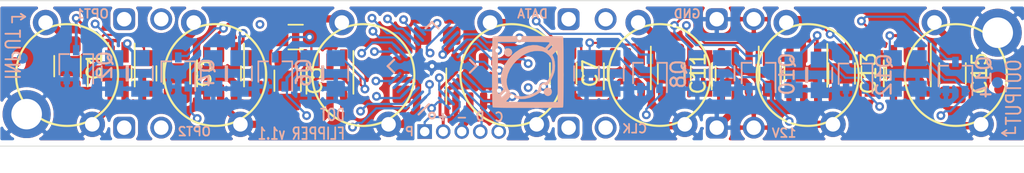
<source format=kicad_pcb>
(kicad_pcb (version 20171130) (host pcbnew "(5.1.12)-1")
  (layers (0 F.Cu signal) (1 In1.Cu signal hide) (2 In2.Cu signal hide) (31 B.Cu signal hide) (34 B.Paste user hide) (35 F.Paste user hide) (36 B.SilkS user hide) (37 F.SilkS user hide) (38 B.Mask user hide) (39 F.Mask user hide) (44 Edge.Cuts user hide))
  (net 0 "")
  (net 1 "Net-(C1-Pad1)")
  (net 2 "Net-(C1-Pad2)")
  (net 3 "Net-(C3-Pad1)")
  (net 4 "Net-(C3-Pad2)")
  (net 5 "Net-(C5-Pad1)")
  (net 6 "Net-(C5-Pad2)")
  (net 7 "Net-(C7-Pad1)")
  (net 8 "Net-(C7-Pad2)")
  (net 9 +12V)
  (net 10 GND)
  (net 11 +5V)
  (net 12 "Net-(C11-Pad2)")
  (net 13 "Net-(C11-Pad1)")
  (net 14 "Net-(C13-Pad1)")
  (net 15 "Net-(C13-Pad2)")
  (net 16 "Net-(C15-Pad2)")
  (net 17 "Net-(C15-Pad1)")
  (net 18 DATA_IN)
  (net 19 CLK_IN)
  (net 20 DATA_OUT)
  (net 21 CLK_OUT)
  (net 22 FLIP_G_OFF)
  (net 23 "Net-(J5-Pad4)")
  (net 24 VPP)
  (net 25 "Net-(Q1-Pad3)")
  (net 26 FLIP_A_ON)
  (net 27 FLIP_A_OFF)
  (net 28 "Net-(Q3-Pad3)")
  (net 29 FLIP_B_ON)
  (net 30 FLIP_B_OFF)
  (net 31 "Net-(Q5-Pad3)")
  (net 32 FLIP_C_ON)
  (net 33 FLIP_C_OFF)
  (net 34 "Net-(Q7-Pad3)")
  (net 35 FLIP_D_ON)
  (net 36 FLIP_D_OFF)
  (net 37 "Net-(Q10-Pad3)")
  (net 38 FLIP_E_ON)
  (net 39 FLIP_E_OFF)
  (net 40 "Net-(Q11-Pad3)")
  (net 41 FLIP_F_ON)
  (net 42 FLIP_F_OFF)
  (net 43 "Net-(Q13-Pad3)")
  (net 44 FLIP_G_ON)
  (net 45 "Net-(U2-Pad6)")
  (net 46 "Net-(U3-Pad4)")
  (net 47 OPT1_IN)
  (net 48 OPT2_IN)
  (net 49 OPT1_OUT)
  (net 50 OPT2_OUT)
  (module dot_flipper:SOT-23-5_HandSoldering (layer F.Cu) (at 65.177001 65.315001 90)
    (fp_text reference U3 hide)
    (fp_text value MIC5233-5.0YM5-TR)
    (pad 1 smd rect (at -1.45 -0.95 90) (size 1.4 0.5) (layers F.Cu F.Paste F.Mask) (net 9 +12V))
    (pad 2 smd roundrect (at -1.35 0 90) (size 1.2 0.5) (layers F.Cu F.Paste F.Mask) (net 10 GND))
    (pad 3 smd roundrect (at -1.35 0.95 90) (size 1.2 0.5) (layers F.Cu F.Paste F.Mask) (net 9 +12V))
    (pad 4 smd roundrect (at 1.35 0.95 90) (size 1.2 0.65) (layers F.Cu F.Paste F.Mask) (net 46 "Net-(U3-Pad4)"))
    (pad 5 smd roundrect (at 1.35 -0.95 90) (size 1.2 0.65) (layers F.Cu F.Paste F.Mask) (net 11 +5V))
  )
  (module dot_flipper:R_0805 (layer B.Cu) (at 94.187001 64.765001 270)
    (fp_text reference R21 hide)
    (fp_text value 100K)
    (pad 1 smd rect (at -1.05 0 270) (size 1.1 1.25) (layers B.Cu B.Paste B.Mask) (net 22 FLIP_G_OFF))
    (pad 2 smd rect (at 1.05 0 270) (size 1.1 1.25) (layers B.Cu B.Paste B.Mask) (net 10 GND))
  )
  (module dot_flipper:R_0805 (layer B.Cu) (at 95.887001 64.765001 270)
    (fp_text reference R20 hide)
    (fp_text value 100K)
    (pad 1 smd rect (at -1.05 0 270) (size 1.1 1.25) (layers B.Cu B.Paste B.Mask) (net 44 FLIP_G_ON))
    (pad 2 smd rect (at 1.05 0 270) (size 1.1 1.25) (layers B.Cu B.Paste B.Mask) (net 10 GND))
  )
  (module dot_flipper:R_0805 (layer F.Cu) (at 92.887001 64.765001 90)
    (fp_text reference R19 hide)
    (fp_text value 100K)
    (pad 1 smd rect (at -1.05 0 90) (size 1.1 1.25) (layers F.Cu F.Paste F.Mask) (net 9 +12V))
    (pad 2 smd rect (at 1.05 0 90) (size 1.1 1.25) (layers F.Cu F.Paste F.Mask) (net 43 "Net-(Q13-Pad3)"))
  )
  (module dot_flipper:R_0805 (layer B.Cu) (at 87.387001 64.865001 270)
    (fp_text reference R18 hide)
    (fp_text value 100K)
    (pad 1 smd rect (at -1.05 0 270) (size 1.1 1.25) (layers B.Cu B.Paste B.Mask) (net 42 FLIP_F_OFF))
    (pad 2 smd rect (at 1.05 0 270) (size 1.1 1.25) (layers B.Cu B.Paste B.Mask) (net 10 GND))
  )
  (module dot_flipper:R_0805 (layer B.Cu) (at 89.187001 64.865001 270)
    (fp_text reference R17 hide)
    (fp_text value 100K)
    (pad 1 smd rect (at -1.05 0 270) (size 1.1 1.25) (layers B.Cu B.Paste B.Mask) (net 41 FLIP_F_ON))
    (pad 2 smd rect (at 1.05 0 270) (size 1.1 1.25) (layers B.Cu B.Paste B.Mask) (net 10 GND))
  )
  (module dot_flipper:R_0805 (layer F.Cu) (at 85.907001 64.765001 90)
    (fp_text reference R16 hide)
    (fp_text value 100K)
    (pad 1 smd rect (at -1.05 0 90) (size 1.1 1.25) (layers F.Cu F.Paste F.Mask) (net 9 +12V))
    (pad 2 smd rect (at 1.05 0 90) (size 1.1 1.25) (layers F.Cu F.Paste F.Mask) (net 40 "Net-(Q11-Pad3)"))
  )
  (module dot_flipper:R_0805 (layer B.Cu) (at 80.787001 64.765001 270)
    (fp_text reference R15 hide)
    (fp_text value 100K)
    (pad 1 smd rect (at -1.05 0 270) (size 1.1 1.25) (layers B.Cu B.Paste B.Mask) (net 39 FLIP_E_OFF))
    (pad 2 smd rect (at 1.05 0 270) (size 1.1 1.25) (layers B.Cu B.Paste B.Mask) (net 10 GND))
  )
  (module dot_flipper:R_0805 (layer B.Cu) (at 82.487001 64.765001 270)
    (fp_text reference R14 hide)
    (fp_text value 100K)
    (pad 1 smd rect (at -1.05 0 270) (size 1.1 1.25) (layers B.Cu B.Paste B.Mask) (net 38 FLIP_E_ON))
    (pad 2 smd rect (at 1.05 0 270) (size 1.1 1.25) (layers B.Cu B.Paste B.Mask) (net 10 GND))
  )
  (module dot_flipper:R_0805 (layer F.Cu) (at 81.187001 64.765001 90)
    (fp_text reference R13 hide)
    (fp_text value 100K)
    (pad 1 smd rect (at -1.05 0 90) (size 1.1 1.25) (layers F.Cu F.Paste F.Mask) (net 9 +12V))
    (pad 2 smd rect (at 1.05 0 90) (size 1.1 1.25) (layers F.Cu F.Paste F.Mask) (net 37 "Net-(Q10-Pad3)"))
  )
  (module dot_flipper:R_0805 (layer B.Cu) (at 73.187001 64.765001 270)
    (fp_text reference R12 hide)
    (fp_text value 100K)
    (pad 1 smd rect (at -1.05 0 270) (size 1.1 1.25) (layers B.Cu B.Paste B.Mask) (net 36 FLIP_D_OFF))
    (pad 2 smd rect (at 1.05 0 270) (size 1.1 1.25) (layers B.Cu B.Paste B.Mask) (net 10 GND))
  )
  (module dot_flipper:R_0805 (layer B.Cu) (at 74.887001 64.765001 270)
    (fp_text reference R11 hide)
    (fp_text value 100K)
    (pad 1 smd rect (at -1.05 0 270) (size 1.1 1.25) (layers B.Cu B.Paste B.Mask) (net 35 FLIP_D_ON))
    (pad 2 smd rect (at 1.05 0 270) (size 1.1 1.25) (layers B.Cu B.Paste B.Mask) (net 10 GND))
  )
  (module dot_flipper:R_0805 (layer F.Cu) (at 73.787001 64.765001 90)
    (fp_text reference R10 hide)
    (fp_text value 100K)
    (pad 1 smd rect (at -1.05 0 90) (size 1.1 1.25) (layers F.Cu F.Paste F.Mask) (net 9 +12V))
    (pad 2 smd rect (at 1.05 0 90) (size 1.1 1.25) (layers F.Cu F.Paste F.Mask) (net 34 "Net-(Q7-Pad3)"))
  )
  (module dot_flipper:R_0805 (layer B.Cu) (at 55.987001 64.765001 270)
    (fp_text reference R9 hide)
    (fp_text value 100K)
    (pad 1 smd rect (at -1.05 0 270) (size 1.1 1.25) (layers B.Cu B.Paste B.Mask) (net 33 FLIP_C_OFF))
    (pad 2 smd rect (at 1.05 0 270) (size 1.1 1.25) (layers B.Cu B.Paste B.Mask) (net 10 GND))
  )
  (module dot_flipper:R_0805 (layer B.Cu) (at 54.187001 64.765001 270)
    (fp_text reference R8 hide)
    (fp_text value 100K)
    (pad 1 smd rect (at -1.05 0 270) (size 1.1 1.25) (layers B.Cu B.Paste B.Mask) (net 32 FLIP_C_ON))
    (pad 2 smd rect (at 1.05 0 270) (size 1.1 1.25) (layers B.Cu B.Paste B.Mask) (net 10 GND))
  )
  (module dot_flipper:R_0805 (layer F.Cu) (at 53.237001 62.265001)
    (fp_text reference R7 hide)
    (fp_text value 100K)
    (pad 1 smd rect (at -1.05 0) (size 1.1 1.25) (layers F.Cu F.Paste F.Mask) (net 9 +12V))
    (pad 2 smd rect (at 1.05 0) (size 1.1 1.25) (layers F.Cu F.Paste F.Mask) (net 31 "Net-(Q5-Pad3)"))
  )
  (module dot_flipper:R_0805 (layer B.Cu) (at 49.387001 64.765001 270)
    (fp_text reference R6 hide)
    (fp_text value 100K)
    (pad 1 smd rect (at -1.05 0 270) (size 1.1 1.25) (layers B.Cu B.Paste B.Mask) (net 30 FLIP_B_OFF))
    (pad 2 smd rect (at 1.05 0 270) (size 1.1 1.25) (layers B.Cu B.Paste B.Mask) (net 10 GND))
  )
  (module dot_flipper:R_0805 (layer B.Cu) (at 47.587001 64.765001 270)
    (fp_text reference R5 hide)
    (fp_text value 100K)
    (pad 1 smd rect (at -1.05 0 270) (size 1.1 1.25) (layers B.Cu B.Paste B.Mask) (net 29 FLIP_B_ON))
    (pad 2 smd rect (at 1.05 0 270) (size 1.1 1.25) (layers B.Cu B.Paste B.Mask) (net 10 GND))
  )
  (module dot_flipper:R_0805 (layer F.Cu) (at 50.337001 64.765001 90)
    (fp_text reference R4 hide)
    (fp_text value 100K)
    (pad 1 smd rect (at -1.05 0 90) (size 1.1 1.25) (layers F.Cu F.Paste F.Mask) (net 9 +12V))
    (pad 2 smd rect (at 1.05 0 90) (size 1.1 1.25) (layers F.Cu F.Paste F.Mask) (net 28 "Net-(Q3-Pad3)"))
  )
  (module dot_flipper:R_0805 (layer B.Cu) (at 42.587001 64.765001 270)
    (fp_text reference R3 hide)
    (fp_text value 100K)
    (pad 1 smd rect (at -1.05 0 270) (size 1.1 1.25) (layers B.Cu B.Paste B.Mask) (net 27 FLIP_A_OFF))
    (pad 2 smd rect (at 1.05 0 270) (size 1.1 1.25) (layers B.Cu B.Paste B.Mask) (net 10 GND))
  )
  (module dot_flipper:R_0805 (layer B.Cu) (at 40.787001 64.765001 270)
    (fp_text reference R2 hide)
    (fp_text value 100K)
    (pad 1 smd rect (at -1.05 0 270) (size 1.1 1.25) (layers B.Cu B.Paste B.Mask) (net 26 FLIP_A_ON))
    (pad 2 smd rect (at 1.05 0 270) (size 1.1 1.25) (layers B.Cu B.Paste B.Mask) (net 10 GND))
  )
  (module dot_flipper:R_0805 (layer F.Cu) (at 42.837001 64.765001 90)
    (fp_text reference R1 hide)
    (fp_text value 100K)
    (pad 1 smd rect (at -1.05 0 90) (size 1.1 1.25) (layers F.Cu F.Paste F.Mask) (net 9 +12V))
    (pad 2 smd rect (at 1.05 0 90) (size 1.1 1.25) (layers F.Cu F.Paste F.Mask) (net 25 "Net-(Q1-Pad3)"))
  )
  (module dot_flipper:SOT-23-6_Handsoldering (layer F.Cu) (at 95.187001 64.765001 270)
    (fp_text reference Q13 hide)
    (fp_text value DMG6602SVT)
    (pad 1 smd rect (at -1.45 -0.95 270) (size 1.4 0.5) (layers F.Cu F.Paste F.Mask) (net 22 FLIP_G_OFF))
    (pad 2 smd roundrect (at -1.35 0 270) (size 1.2 0.5) (layers F.Cu F.Paste F.Mask) (net 9 +12V))
    (pad 3 smd roundrect (at -1.35 0.95 270) (size 1.2 0.5) (layers F.Cu F.Paste F.Mask) (net 43 "Net-(Q13-Pad3)"))
    (pad 4 smd roundrect (at 1.35 0.95 270) (size 1.2 0.5) (layers F.Cu F.Paste F.Mask) (net 16 "Net-(C15-Pad2)"))
    (pad 6 smd roundrect (at 1.35 -0.95 270) (size 1.2 0.5) (layers F.Cu F.Paste F.Mask) (net 16 "Net-(C15-Pad2)"))
    (pad 5 smd roundrect (at 1.35 0 270) (size 1.2 0.5) (layers F.Cu F.Paste F.Mask) (net 10 GND))
  )
  (module dot_flipper:SOT-23-6_Handsoldering (layer F.Cu) (at 88.087001 64.785001 270)
    (fp_text reference Q11 hide)
    (fp_text value DMG6602SVT)
    (pad 1 smd rect (at -1.45 -0.95 270) (size 1.4 0.5) (layers F.Cu F.Paste F.Mask) (net 42 FLIP_F_OFF))
    (pad 2 smd roundrect (at -1.35 0 270) (size 1.2 0.5) (layers F.Cu F.Paste F.Mask) (net 9 +12V))
    (pad 3 smd roundrect (at -1.35 0.95 270) (size 1.2 0.5) (layers F.Cu F.Paste F.Mask) (net 40 "Net-(Q11-Pad3)"))
    (pad 4 smd roundrect (at 1.35 0.95 270) (size 1.2 0.5) (layers F.Cu F.Paste F.Mask) (net 15 "Net-(C13-Pad2)"))
    (pad 6 smd roundrect (at 1.35 -0.95 270) (size 1.2 0.5) (layers F.Cu F.Paste F.Mask) (net 15 "Net-(C13-Pad2)"))
    (pad 5 smd roundrect (at 1.35 0 270) (size 1.2 0.5) (layers F.Cu F.Paste F.Mask) (net 10 GND))
  )
  (module dot_flipper:SOT-23-6_Handsoldering (layer F.Cu) (at 83.387001 64.965001 270)
    (fp_text reference Q9 hide)
    (fp_text value DMG6602SVT)
    (pad 1 smd rect (at -1.45 -0.95 270) (size 1.4 0.5) (layers F.Cu F.Paste F.Mask) (net 39 FLIP_E_OFF))
    (pad 2 smd roundrect (at -1.35 0 270) (size 1.2 0.5) (layers F.Cu F.Paste F.Mask) (net 9 +12V))
    (pad 3 smd roundrect (at -1.35 0.95 270) (size 1.2 0.5) (layers F.Cu F.Paste F.Mask) (net 37 "Net-(Q10-Pad3)"))
    (pad 4 smd roundrect (at 1.35 0.95 270) (size 1.2 0.5) (layers F.Cu F.Paste F.Mask) (net 12 "Net-(C11-Pad2)"))
    (pad 6 smd roundrect (at 1.35 -0.95 270) (size 1.2 0.5) (layers F.Cu F.Paste F.Mask) (net 12 "Net-(C11-Pad2)"))
    (pad 5 smd roundrect (at 1.35 0 270) (size 1.2 0.5) (layers F.Cu F.Paste F.Mask) (net 10 GND))
  )
  (module dot_flipper:SOT-23-6_Handsoldering (layer F.Cu) (at 75.987001 64.965001 270)
    (fp_text reference Q7 hide)
    (fp_text value DMG6602SVT)
    (pad 1 smd rect (at -1.45 -0.95 270) (size 1.4 0.5) (layers F.Cu F.Paste F.Mask) (net 36 FLIP_D_OFF))
    (pad 2 smd roundrect (at -1.35 0 270) (size 1.2 0.5) (layers F.Cu F.Paste F.Mask) (net 9 +12V))
    (pad 3 smd roundrect (at -1.35 0.95 270) (size 1.2 0.5) (layers F.Cu F.Paste F.Mask) (net 34 "Net-(Q7-Pad3)"))
    (pad 4 smd roundrect (at 1.35 0.95 270) (size 1.2 0.5) (layers F.Cu F.Paste F.Mask) (net 8 "Net-(C7-Pad2)"))
    (pad 6 smd roundrect (at 1.35 -0.95 270) (size 1.2 0.5) (layers F.Cu F.Paste F.Mask) (net 8 "Net-(C7-Pad2)"))
    (pad 5 smd roundrect (at 1.35 0 270) (size 1.2 0.5) (layers F.Cu F.Paste F.Mask) (net 10 GND))
  )
  (module dot_flipper:SOT-23-6_Handsoldering (layer F.Cu) (at 55.587001 65.265001 270)
    (fp_text reference Q5 hide)
    (fp_text value DMG6602SVT)
    (pad 1 smd rect (at -1.45 -0.95 270) (size 1.4 0.5) (layers F.Cu F.Paste F.Mask) (net 33 FLIP_C_OFF))
    (pad 2 smd roundrect (at -1.35 0 270) (size 1.2 0.5) (layers F.Cu F.Paste F.Mask) (net 9 +12V))
    (pad 3 smd roundrect (at -1.35 0.95 270) (size 1.2 0.5) (layers F.Cu F.Paste F.Mask) (net 31 "Net-(Q5-Pad3)"))
    (pad 4 smd roundrect (at 1.35 0.95 270) (size 1.2 0.5) (layers F.Cu F.Paste F.Mask) (net 6 "Net-(C5-Pad2)"))
    (pad 6 smd roundrect (at 1.35 -0.95 270) (size 1.2 0.5) (layers F.Cu F.Paste F.Mask) (net 6 "Net-(C5-Pad2)"))
    (pad 5 smd roundrect (at 1.35 0 270) (size 1.2 0.5) (layers F.Cu F.Paste F.Mask) (net 10 GND))
  )
  (module dot_flipper:SOT-23-6_Handsoldering (layer F.Cu) (at 48.087001 64.765001 270)
    (fp_text reference Q3 hide)
    (fp_text value DMG6602SVT)
    (pad 1 smd rect (at -1.45 -0.95 270) (size 1.4 0.5) (layers F.Cu F.Paste F.Mask) (net 30 FLIP_B_OFF))
    (pad 2 smd roundrect (at -1.35 0 270) (size 1.2 0.5) (layers F.Cu F.Paste F.Mask) (net 9 +12V))
    (pad 3 smd roundrect (at -1.35 0.95 270) (size 1.2 0.5) (layers F.Cu F.Paste F.Mask) (net 28 "Net-(Q3-Pad3)"))
    (pad 4 smd roundrect (at 1.35 0.95 270) (size 1.2 0.5) (layers F.Cu F.Paste F.Mask) (net 4 "Net-(C3-Pad2)"))
    (pad 6 smd roundrect (at 1.35 -0.95 270) (size 1.2 0.5) (layers F.Cu F.Paste F.Mask) (net 4 "Net-(C3-Pad2)"))
    (pad 5 smd roundrect (at 1.35 0 270) (size 1.2 0.5) (layers F.Cu F.Paste F.Mask) (net 10 GND))
  )
  (module dot_flipper:SOT-23-6_Handsoldering (layer F.Cu) (at 40.587001 64.765001 270)
    (fp_text reference Q1 hide)
    (fp_text value DMG6602SVT)
    (pad 1 smd rect (at -1.45 -0.95 270) (size 1.4 0.5) (layers F.Cu F.Paste F.Mask) (net 27 FLIP_A_OFF))
    (pad 2 smd roundrect (at -1.35 0 270) (size 1.2 0.5) (layers F.Cu F.Paste F.Mask) (net 9 +12V))
    (pad 3 smd roundrect (at -1.35 0.95 270) (size 1.2 0.5) (layers F.Cu F.Paste F.Mask) (net 25 "Net-(Q1-Pad3)"))
    (pad 4 smd roundrect (at 1.35 0.95 270) (size 1.2 0.5) (layers F.Cu F.Paste F.Mask) (net 2 "Net-(C1-Pad2)"))
    (pad 6 smd roundrect (at 1.35 -0.95 270) (size 1.2 0.5) (layers F.Cu F.Paste F.Mask) (net 2 "Net-(C1-Pad2)"))
    (pad 5 smd roundrect (at 1.35 0 270) (size 1.2 0.5) (layers F.Cu F.Paste F.Mask) (net 10 GND))
  )
  (module dot_flipper:C_0805 (layer F.Cu) (at 62.940001 62.170401 180)
    (fp_text reference C10 hide)
    (fp_text value 1u)
    (pad 1 smd roundrect (at -1 0 180) (size 1.2 1.25) (layers F.Cu F.Paste F.Mask) (roundrect_rratio 0.15) (net 11 +5V))
    (pad 2 smd roundrect (at 1 0 180) (size 1.2 1.25) (layers F.Cu F.Paste F.Mask) (roundrect_rratio 0.15) (net 10 GND))
  )
  (module dot_flipper:C_0805 (layer F.Cu) (at 60.507001 65.205001 270)
    (fp_text reference C9 hide)
    (fp_text value 1u)
    (pad 1 smd roundrect (at -1 0 270) (size 1.2 1.25) (layers F.Cu F.Paste F.Mask) (roundrect_rratio 0.15) (net 9 +12V))
    (pad 2 smd roundrect (at 1 0 270) (size 1.2 1.25) (layers F.Cu F.Paste F.Mask) (roundrect_rratio 0.15) (net 10 GND))
  )
  (module Capacitor_SMD:C_1206_3216Metric (layer F.Cu) (at 37.587001 64.265001 270)
    (fp_text reference C1 (at 0 -1.85 90) (layer F.SilkS))
    (fp_text value "10u x2")
    (pad 2 smd roundrect (at 1.475 0 270) (size 1.15 1.8) (layers F.Cu F.Paste F.Mask) (roundrect_rratio 0.217391) (net 2 "Net-(C1-Pad2)"))
    (pad 1 smd roundrect (at -1.475 0 270) (size 1.15 1.8) (layers F.Cu F.Paste F.Mask) (roundrect_rratio 0.217391) (net 1 "Net-(C1-Pad1)"))
  )
  (module Capacitor_SMD:C_1206_3216Metric (layer F.Cu) (at 45.087001 64.765001 270)
    (fp_text reference C3 (at 0 -1.85 90) (layer F.SilkS))
    (fp_text value "10u x2")
    (pad 2 smd roundrect (at 1.475 0 270) (size 1.15 1.8) (layers F.Cu F.Paste F.Mask) (roundrect_rratio 0.217391) (net 4 "Net-(C3-Pad2)"))
    (pad 1 smd roundrect (at -1.475 0 270) (size 1.15 1.8) (layers F.Cu F.Paste F.Mask) (roundrect_rratio 0.217391) (net 3 "Net-(C3-Pad1)"))
  )
  (module Capacitor_SMD:C_1206_3216Metric (layer F.Cu) (at 52.687001 65.265001 270)
    (fp_text reference C5 (at 0 -1.85 90) (layer F.SilkS))
    (fp_text value "10u x2")
    (pad 2 smd roundrect (at 1.475 0 270) (size 1.15 1.8) (layers F.Cu F.Paste F.Mask) (roundrect_rratio 0.217391) (net 6 "Net-(C5-Pad2)"))
    (pad 1 smd roundrect (at -1.475 0 270) (size 1.15 1.8) (layers F.Cu F.Paste F.Mask) (roundrect_rratio 0.217391) (net 5 "Net-(C5-Pad1)"))
  )
  (module Capacitor_SMD:C_1206_3216Metric (layer F.Cu) (at 71.587001 64.765001 270)
    (fp_text reference C7 (at 0 -1.85 90) (layer F.SilkS))
    (fp_text value "10u x2")
    (pad 2 smd roundrect (at 1.475 0 270) (size 1.15 1.8) (layers F.Cu F.Paste F.Mask) (roundrect_rratio 0.217391) (net 8 "Net-(C7-Pad2)"))
    (pad 1 smd roundrect (at -1.475 0 270) (size 1.15 1.8) (layers F.Cu F.Paste F.Mask) (roundrect_rratio 0.217391) (net 7 "Net-(C7-Pad1)"))
  )
  (module Capacitor_SMD:C_1206_3216Metric (layer F.Cu) (at 78.987001 64.765001 270)
    (fp_text reference C11 (at 0 -1.85 90) (layer F.SilkS))
    (fp_text value "10u x2")
    (pad 2 smd roundrect (at 1.475 0 270) (size 1.15 1.8) (layers F.Cu F.Paste F.Mask) (roundrect_rratio 0.217391) (net 12 "Net-(C11-Pad2)"))
    (pad 1 smd roundrect (at -1.475 0 270) (size 1.15 1.8) (layers F.Cu F.Paste F.Mask) (roundrect_rratio 0.217391) (net 13 "Net-(C11-Pad1)"))
  )
  (module Capacitor_SMD:C_1206_3216Metric (layer F.Cu) (at 90.687001 64.765001 270)
    (fp_text reference C13 (at 0 -1.85 90) (layer F.SilkS))
    (fp_text value "10u x2")
    (pad 2 smd roundrect (at 1.475 0 270) (size 1.15 1.8) (layers F.Cu F.Paste F.Mask) (roundrect_rratio 0.217391) (net 15 "Net-(C13-Pad2)"))
    (pad 1 smd roundrect (at -1.475 0 270) (size 1.15 1.8) (layers F.Cu F.Paste F.Mask) (roundrect_rratio 0.217391) (net 14 "Net-(C13-Pad1)"))
  )
  (module Capacitor_SMD:C_1206_3216Metric (layer F.Cu) (at 98.287001 64.765001 270)
    (fp_text reference C15 (at 0 -1.85 90) (layer F.SilkS))
    (fp_text value "10u x2")
    (pad 2 smd roundrect (at 1.475 0 270) (size 1.15 1.8) (layers F.Cu F.Paste F.Mask) (roundrect_rratio 0.217391) (net 16 "Net-(C15-Pad2)"))
    (pad 1 smd roundrect (at -1.475 0 270) (size 1.15 1.8) (layers F.Cu F.Paste F.Mask) (roundrect_rratio 0.217391) (net 17 "Net-(C15-Pad1)"))
  )
  (module Fiducial:Fiducial_0.75mm_Mask1.5mm (layer B.Cu) (at 55.828001 67.555201)
    (fp_text reference REF** hide)
    (fp_text value Fiducial_0.75mm_Mask1.5mm)
    (pad "" smd circle (at 0 0) (size 0.75 0.75) (layers B.Cu B.Mask) (clearance 0.375))
  )
  (module Fiducial:Fiducial_0.75mm_Mask1.5mm (layer F.Cu) (at 33.984001 64.024601)
    (fp_text reference REF** hide)
    (fp_text value Fiducial_0.75mm_Mask1.5mm)
    (pad "" smd circle (at 0 0) (size 0.75 0.75) (layers F.Cu F.Mask) (clearance 0.375))
  )
  (module Fiducial:Fiducial_0.75mm_Mask1.5mm (layer B.Cu) (at 101.370201 65.396201)
    (fp_text reference REF** hide)
    (fp_text value Fiducial_0.75mm_Mask1.5mm)
    (pad "" smd circle (at 0 0) (size 0.75 0.75) (layers B.Cu B.Mask) (clearance 0.375))
  )
  (module Fiducial:Fiducial_0.75mm_Mask1.5mm (layer F.Cu) (at 101.522601 65.853401)
    (fp_text reference REF** hide)
    (fp_text value Fiducial_0.75mm_Mask1.5mm)
    (pad "" smd circle (at 0 0) (size 0.75 0.75) (layers F.Cu F.Mask) (clearance 0.375))
  )
  (module Fiducial:Fiducial_0.75mm_Mask1.5mm (layer B.Cu) (at 34.492001 63.719801)
    (fp_text reference REF** hide)
    (fp_text value Fiducial_0.75mm_Mask1.5mm)
    (pad "" smd circle (at 0 0) (size 0.75 0.75) (layers B.Cu B.Mask) (clearance 0.375))
  )
  (module Package_TO_SOT_SMD:SOT-323_SC-70 (layer B.Cu) (at 98.487001 64.965001 90)
    (fp_text reference Q14 (at -0.05 1.95 90) (layer B.SilkS) (effects (justify mirror)))
    (fp_text value RJU003N03FRA)
    (pad 3 smd rect (at 1 0 180) (size 0.45 0.7) (layers B.Cu B.Paste B.Mask) (net 43 "Net-(Q13-Pad3)"))
    (pad 2 smd rect (at -1 -0.65 180) (size 0.45 0.7) (layers B.Cu B.Paste B.Mask) (net 10 GND))
    (pad 1 smd rect (at -1 0.65 180) (size 0.45 0.7) (layers B.Cu B.Paste B.Mask) (net 44 FLIP_G_ON))
  )
  (module Package_TO_SOT_SMD:SOT-323_SC-70 (layer B.Cu) (at 91.637001 64.815001 90)
    (fp_text reference Q12 (at -0.05 1.95 90) (layer B.SilkS) (effects (justify mirror)))
    (fp_text value RJU003N03FRA)
    (pad 3 smd rect (at 1 0 180) (size 0.45 0.7) (layers B.Cu B.Paste B.Mask) (net 40 "Net-(Q11-Pad3)"))
    (pad 2 smd rect (at -1 -0.65 180) (size 0.45 0.7) (layers B.Cu B.Paste B.Mask) (net 10 GND))
    (pad 1 smd rect (at -1 0.65 180) (size 0.45 0.7) (layers B.Cu B.Paste B.Mask) (net 41 FLIP_F_ON))
  )
  (module Package_TO_SOT_SMD:SOT-323_SC-70 (layer B.Cu) (at 84.987001 64.765001 90)
    (fp_text reference Q10 (at -0.05 1.95 90) (layer B.SilkS) (effects (justify mirror)))
    (fp_text value RJU003N03FRA)
    (pad 3 smd rect (at 1 0 180) (size 0.45 0.7) (layers B.Cu B.Paste B.Mask) (net 37 "Net-(Q10-Pad3)"))
    (pad 2 smd rect (at -1 -0.65 180) (size 0.45 0.7) (layers B.Cu B.Paste B.Mask) (net 10 GND))
    (pad 1 smd rect (at -1 0.65 180) (size 0.45 0.7) (layers B.Cu B.Paste B.Mask) (net 38 FLIP_E_ON))
  )
  (module Package_TO_SOT_SMD:SOT-323_SC-70 (layer B.Cu) (at 77.537001 64.765001 90)
    (fp_text reference Q8 (at -0.05 1.95 90) (layer B.SilkS) (effects (justify mirror)))
    (fp_text value RJU003N03FRA)
    (pad 3 smd rect (at 1 0 180) (size 0.45 0.7) (layers B.Cu B.Paste B.Mask) (net 34 "Net-(Q7-Pad3)"))
    (pad 2 smd rect (at -1 -0.65 180) (size 0.45 0.7) (layers B.Cu B.Paste B.Mask) (net 10 GND))
    (pad 1 smd rect (at -1 0.65 180) (size 0.45 0.7) (layers B.Cu B.Paste B.Mask) (net 35 FLIP_D_ON))
  )
  (module Package_TO_SOT_SMD:SOT-323_SC-70 (layer B.Cu) (at 51.837001 64.665001 90)
    (fp_text reference Q6 (at -0.05 1.95 90) (layer B.SilkS) (effects (justify mirror)))
    (fp_text value RJU003N03FRA)
    (pad 3 smd rect (at 1 0 180) (size 0.45 0.7) (layers B.Cu B.Paste B.Mask) (net 31 "Net-(Q5-Pad3)"))
    (pad 2 smd rect (at -1 -0.65 180) (size 0.45 0.7) (layers B.Cu B.Paste B.Mask) (net 10 GND))
    (pad 1 smd rect (at -1 0.65 180) (size 0.45 0.7) (layers B.Cu B.Paste B.Mask) (net 32 FLIP_C_ON))
  )
  (module Package_TO_SOT_SMD:SOT-323_SC-70 (layer B.Cu) (at 45.187001 64.665001 90)
    (fp_text reference Q4 (at -0.05 1.95 90) (layer B.SilkS) (effects (justify mirror)))
    (fp_text value RJU003N03FRA)
    (pad 3 smd rect (at 1 0 180) (size 0.45 0.7) (layers B.Cu B.Paste B.Mask) (net 28 "Net-(Q3-Pad3)"))
    (pad 2 smd rect (at -1 -0.65 180) (size 0.45 0.7) (layers B.Cu B.Paste B.Mask) (net 10 GND))
    (pad 1 smd rect (at -1 0.65 180) (size 0.45 0.7) (layers B.Cu B.Paste B.Mask) (net 29 FLIP_B_ON))
  )
  (module Package_TO_SOT_SMD:SOT-323_SC-70 (layer B.Cu) (at 38.187001 64.165001 90)
    (fp_text reference Q2 (at -0.05 1.95 90) (layer B.SilkS) (effects (justify mirror)))
    (fp_text value RJU003N03FRA)
    (pad 3 smd rect (at 1 0 180) (size 0.45 0.7) (layers B.Cu B.Paste B.Mask) (net 25 "Net-(Q1-Pad3)"))
    (pad 2 smd rect (at -1 -0.65 180) (size 0.45 0.7) (layers B.Cu B.Paste B.Mask) (net 10 GND))
    (pad 1 smd rect (at -1 0.65 180) (size 0.45 0.7) (layers B.Cu B.Paste B.Mask) (net 26 FLIP_A_ON))
  )
  (module dot_flipper:dot_logo (layer B.Cu) (at 69.287001 64.665001)
    (fp_text reference G*** hide)
    (fp_text value LOGO hide)
  )
  (module dot_flipper:Pin_Header_Straight_1x05_Pitch1.27mm (layer F.Cu) (at 62.087001 68.765001 90)
    (fp_text reference J5 hide)
    (fp_text value Conn_01x05_Male)
    (pad 1 thru_hole rect (at 0 0 90) (size 1 1) (drill 0.65) (layers *.Cu *.Mask) (net 24 VPP))
    (pad 2 thru_hole oval (at 0 1.27 90) (size 1 1) (drill 0.65) (layers *.Cu *.Mask) (net 11 +5V))
    (pad 3 thru_hole oval (at 0 2.54 90) (size 1 1) (drill 0.65) (layers *.Cu *.Mask) (net 10 GND))
    (pad 4 thru_hole oval (at 0 3.81 90) (size 1 1) (drill 0.65) (layers *.Cu *.Mask) (net 23 "Net-(J5-Pad4)"))
    (pad 5 thru_hole oval (at 0 5.08 90) (size 1 1) (drill 0.65) (layers *.Cu *.Mask) (net 22 FLIP_G_OFF))
  )
  (module dot_flipper:Pin_Header_Straight_1x02_Pitch2.54mm (layer F.Cu) (at 41.477001 68.495001 90)
    (fp_text reference J7 hide)
    (fp_text value Conn_01x02_Male)
    (pad 1 thru_hole roundrect (at 0 0 90) (size 1.5 1.5) (drill 1) (layers *.Cu *.Mask) (net 49 OPT1_OUT))
    (pad 2 thru_hole oval (at 0 2.54 90) (size 1.5 1.5) (drill 1) (layers *.Cu *.Mask) (net 50 OPT2_OUT))
  )
  (module dot_flipper:Pin_Header_Straight_1x02_Pitch2.54mm (layer F.Cu) (at 41.477001 61.035001 90)
    (fp_text reference J6 hide)
    (fp_text value Conn_01x02_Male)
    (pad 1 thru_hole roundrect (at 0 0 90) (size 1.5 1.5) (drill 1) (layers *.Cu *.Mask) (net 47 OPT1_IN))
    (pad 2 thru_hole oval (at 0 2.54 90) (size 1.5 1.5) (drill 1) (layers *.Cu *.Mask) (net 48 OPT2_IN))
  )
  (module dot_flipper:Pin_Header_Straight_1x02_Pitch2.54mm (layer F.Cu) (at 71.957001 68.495001 90)
    (fp_text reference J4 hide)
    (fp_text value Conn_01x02_Male)
    (pad 1 thru_hole roundrect (at 0 0 90) (size 1.5 1.5) (drill 1) (layers *.Cu *.Mask) (net 20 DATA_OUT))
    (pad 2 thru_hole oval (at 0 2.54 90) (size 1.5 1.5) (drill 1) (layers *.Cu *.Mask) (net 21 CLK_OUT))
  )
  (module dot_flipper:Pin_Header_Straight_1x02_Pitch2.54mm (layer F.Cu) (at 71.957001 61.035001 90)
    (fp_text reference J3 hide)
    (fp_text value Conn_01x02_Male)
    (pad 1 thru_hole roundrect (at 0 0 90) (size 1.5 1.5) (drill 1) (layers *.Cu *.Mask) (net 18 DATA_IN))
    (pad 2 thru_hole oval (at 0 2.54 90) (size 1.5 1.5) (drill 1) (layers *.Cu *.Mask) (net 19 CLK_IN))
  )
  (module dot_flipper:Pin_Header_Straight_1x02_Pitch2.54mm (layer F.Cu) (at 82.117001 68.495001 90)
    (fp_text reference J2 hide)
    (fp_text value Conn_01x02_Male)
    (pad 1 thru_hole roundrect (at 0 0 90) (size 1.5 1.5) (drill 1) (layers *.Cu *.Mask) (net 10 GND))
    (pad 2 thru_hole oval (at 0 2.54 90) (size 1.5 1.5) (drill 1) (layers *.Cu *.Mask) (net 9 +12V))
  )
  (module dot_flipper:Pin_Header_Straight_1x02_Pitch2.54mm (layer F.Cu) (at 82.117001 61.035001 90)
    (fp_text reference J1 hide)
    (fp_text value Conn_01x02_Male)
    (pad 1 thru_hole roundrect (at 0 0 90) (size 1.5 1.5) (drill 1) (layers *.Cu *.Mask) (net 10 GND))
    (pad 2 thru_hole oval (at 0 2.54 90) (size 1.5 1.5) (drill 1) (layers *.Cu *.Mask) (net 9 +12V))
  )
  (module dot_flipper:MountingHole_2.2mm_M2_Pad_thin (layer F.Cu) (at 101.387001 61.965001)
    (fp_text reference H2 hide)
    (fp_text value MountingHole_Pad)
    (pad 1 thru_hole circle (at 0 0) (size 3.3 3.3) (drill 2.1) (layers *.Cu *.Mask) (net 10 GND))
  )
  (module dot_flipper:MountingHole_2.2mm_M2_Pad_thin (layer F.Cu) (at 34.787001 67.565001)
    (fp_text reference H1 hide)
    (fp_text value MountingHole_Pad)
    (pad 1 thru_hole circle (at 0 0) (size 3.3 3.3) (drill 2.1) (layers *.Cu *.Mask) (net 10 GND))
  )
  (module dot_flipper:QFN-28-1EP_4x4mm_Pitch0.4mm_wide (layer B.Cu) (at 62.587001 64.265001 45)
    (fp_text reference U2 hide)
    (fp_text value PIC16F15355-I-MV)
    (pad 29 thru_hole circle (at 0 0 45) (size 0.8 0.8) (drill 0.3) (layers *.Cu *.Mask) (net 10 GND))
    (pad 1 smd rect (at -2.45 1.2 45) (size 1.4 0.2) (layers B.Cu B.Paste B.Mask) (net 32 FLIP_C_ON))
    (pad 2 smd roundrect (at -2.3 0.8 45) (size 1.4 0.2) (layers B.Cu B.Paste B.Mask) (roundrect_rratio 0.5) (net 35 FLIP_D_ON))
    (pad 3 smd roundrect (at -2.3 0.4 45) (size 1.4 0.2) (layers B.Cu B.Paste B.Mask) (roundrect_rratio 0.5) (net 38 FLIP_E_ON))
    (pad 4 smd roundrect (at -2.3 0 45) (size 1.4 0.2) (layers B.Cu B.Paste B.Mask) (roundrect_rratio 0.5) (net 41 FLIP_F_ON))
    (pad 5 smd roundrect (at -2.3 -0.4 45) (size 1.4 0.2) (layers B.Cu B.Paste B.Mask) (roundrect_rratio 0.5) (net 10 GND))
    (pad 6 smd roundrect (at -2.3 -0.8 45) (size 1.4 0.2) (layers B.Cu B.Paste B.Mask) (roundrect_rratio 0.5) (net 45 "Net-(U2-Pad6)"))
    (pad 7 smd roundrect (at -2.4 -1.2 45) (size 1.2 0.2) (layers B.Cu B.Paste B.Mask) (roundrect_rratio 0.5) (net 44 FLIP_G_ON))
    (pad 8 smd roundrect (at -1.2 -2.4 315) (size 1.2 0.2) (layers B.Cu B.Paste B.Mask) (roundrect_rratio 0.5) (net 18 DATA_IN))
    (pad 9 smd roundrect (at -0.8 -2.3 315) (size 1.4 0.2) (layers B.Cu B.Paste B.Mask) (roundrect_rratio 0.5) (net 19 CLK_IN))
    (pad 10 smd roundrect (at -0.4 -2.3 315) (size 1.4 0.2) (layers B.Cu B.Paste B.Mask) (roundrect_rratio 0.5) (net 47 OPT1_IN))
    (pad 11 smd roundrect (at 0 -2.3 315) (size 1.4 0.2) (layers B.Cu B.Paste B.Mask) (roundrect_rratio 0.5) (net 48 OPT2_IN))
    (pad 12 smd roundrect (at 0.4 -2.3 315) (size 1.4 0.2) (layers B.Cu B.Paste B.Mask) (roundrect_rratio 0.5) (net 20 DATA_OUT))
    (pad 13 smd roundrect (at 0.8 -2.3 315) (size 1.4 0.2) (layers B.Cu B.Paste B.Mask) (roundrect_rratio 0.5) (net 21 CLK_OUT))
    (pad 14 smd roundrect (at 1.2 -2.4 315) (size 1.2 0.2) (layers B.Cu B.Paste B.Mask) (roundrect_rratio 0.5) (net 49 OPT1_OUT))
    (pad 15 smd roundrect (at 2.4 -1.2 45) (size 1.2 0.2) (layers B.Cu B.Paste B.Mask) (roundrect_rratio 0.5) (net 50 OPT2_OUT))
    (pad 16 smd roundrect (at 2.3 -0.8 45) (size 1.4 0.2) (layers B.Cu B.Paste B.Mask) (roundrect_rratio 0.5) (net 10 GND))
    (pad 17 smd roundrect (at 2.3 -0.4 45) (size 1.4 0.2) (layers B.Cu B.Paste B.Mask) (roundrect_rratio 0.5) (net 11 +5V))
    (pad 18 smd roundrect (at 2.3 0 45) (size 1.4 0.2) (layers B.Cu B.Paste B.Mask) (roundrect_rratio 0.5) (net 27 FLIP_A_OFF))
    (pad 19 smd roundrect (at 2.3 0.4 45) (size 1.4 0.2) (layers B.Cu B.Paste B.Mask) (roundrect_rratio 0.5) (net 30 FLIP_B_OFF))
    (pad 20 smd roundrect (at 2.3 0.8 45) (size 1.4 0.2) (layers B.Cu B.Paste B.Mask) (roundrect_rratio 0.5) (net 33 FLIP_C_OFF))
    (pad 21 smd roundrect (at 2.4 1.2 45) (size 1.2 0.2) (layers B.Cu B.Paste B.Mask) (roundrect_rratio 0.5) (net 36 FLIP_D_OFF))
    (pad 22 smd roundrect (at 1.2 2.4 315) (size 1.2 0.2) (layers B.Cu B.Paste B.Mask) (roundrect_rratio 0.5) (net 39 FLIP_E_OFF))
    (pad 23 smd roundrect (at 0.8 2.3 315) (size 1.4 0.2) (layers B.Cu B.Paste B.Mask) (roundrect_rratio 0.5) (net 42 FLIP_F_OFF))
    (pad 24 smd roundrect (at 0.4 2.3 315) (size 1.4 0.2) (layers B.Cu B.Paste B.Mask) (roundrect_rratio 0.5) (net 22 FLIP_G_OFF))
    (pad 25 smd roundrect (at 0 2.3 315) (size 1.4 0.2) (layers B.Cu B.Paste B.Mask) (roundrect_rratio 0.5) (net 23 "Net-(J5-Pad4)"))
    (pad 26 smd roundrect (at -0.4 2.3 315) (size 1.4 0.2) (layers B.Cu B.Paste B.Mask) (roundrect_rratio 0.5) (net 24 VPP))
    (pad 27 smd roundrect (at -0.8 2.3 315) (size 1.4 0.2) (layers B.Cu B.Paste B.Mask) (roundrect_rratio 0.5) (net 26 FLIP_A_ON))
    (pad 28 smd roundrect (at -1.2 2.4 315) (size 1.2 0.2) (layers B.Cu B.Paste B.Mask) (roundrect_rratio 0.5) (net 29 FLIP_B_ON))
  )
  (module dot_flipper:7_flip_dots (layer F.Cu) (at 36.087001 61.265001)
    (fp_text reference U1 hide)
    (fp_text value 7_flip_dots hide)
    (pad 2-UG thru_hole circle (at 64.16 7) (size 1.75 1.75) (drill 1) (layers *.Cu *.Mask) (net 10 GND))
    (pad 2-UF thru_hole circle (at 54 7) (size 1.75 1.75) (drill 1) (layers *.Cu *.Mask) (net 10 GND))
    (pad 2-UE thru_hole circle (at 43.84 7) (size 1.75 1.75) (drill 1) (layers *.Cu *.Mask) (net 10 GND))
    (pad 2-UD thru_hole circle (at 33.68 7) (size 1.75 1.75) (drill 1) (layers *.Cu *.Mask) (net 10 GND))
    (pad 2-UC thru_hole circle (at 23.52 7) (size 1.75 1.75) (drill 1) (layers *.Cu *.Mask) (net 10 GND))
    (pad 2-UB thru_hole circle (at 13.36 7) (size 1.75 1.75) (drill 1) (layers *.Cu *.Mask) (net 10 GND))
    (pad 1-UG thru_hole circle (at 60.96 0) (size 1.75 1.75) (drill 1) (layers *.Cu *.Mask) (net 17 "Net-(C15-Pad1)"))
    (pad 1-UF thru_hole circle (at 50.8 0) (size 1.75 1.75) (drill 1) (layers *.Cu *.Mask) (net 14 "Net-(C13-Pad1)"))
    (pad 1-UE thru_hole circle (at 40.64 0) (size 1.75 1.75) (drill 1) (layers *.Cu *.Mask) (net 13 "Net-(C11-Pad1)"))
    (pad 1-UD thru_hole circle (at 30.48 0) (size 1.75 1.75) (drill 1) (layers *.Cu *.Mask) (net 7 "Net-(C7-Pad1)"))
    (pad 1-UC thru_hole circle (at 20.32 0) (size 1.75 1.75) (drill 1) (layers *.Cu *.Mask) (net 5 "Net-(C5-Pad1)"))
    (pad 1-UB thru_hole circle (at 10.16 0) (size 1.75 1.75) (drill 1) (layers *.Cu *.Mask) (net 3 "Net-(C3-Pad1)"))
    (pad 2-UA thru_hole circle (at 3.2 7) (size 1.75 1.75) (drill 1) (layers *.Cu *.Mask) (net 10 GND))
    (pad 1-UA thru_hole circle (at 0 0) (size 1.75 1.75) (drill 1) (layers *.Cu *.Mask) (net 1 "Net-(C1-Pad1)"))
  )
  (gr_text C (at 67.187001 67.765001) (layer B.SilkS) (effects (font (size 0.6 0.6) (thickness 0.12)) (justify mirror)))
  (gr_text D (at 65.887001 67.715001) (layer B.SilkS) (effects (font (size 0.6 0.6) (thickness 0.12)) (justify mirror)))
  (gr_text - (at 64.637001 67.765001) (layer B.SilkS) (effects (font (size 0.6 0.6) (thickness 0.12)) (justify mirror)))
  (gr_text + (at 63.337001 67.715001) (layer B.SilkS) (effects (font (size 0.6 0.6) (thickness 0.12)) (justify mirror)))
  (gr_text P (at 61.037001 68.765001) (layer B.SilkS) (effects (font (size 0.6 0.6) (thickness 0.12)) (justify mirror)))
  (gr_text "DOT\nFLIPPER v1.1" (at 56.687001 68.265001) (layer B.SilkS) (effects (font (size 0.8 0.6) (thickness 0.12)) (justify left mirror)))
  (gr_text 12V (at 86.737001 68.865001) (layer B.SilkS) (effects (font (size 0.6 0.6) (thickness 0.12)) (justify mirror)))
  (gr_text GND (at 80.087001 60.665001) (layer B.SilkS) (effects (font (size 0.6 0.6) (thickness 0.12)) (justify mirror)))
  (gr_text CLK (at 76.487001 68.565001) (layer B.SilkS) (effects (font (size 0.6 0.6) (thickness 0.12)) (justify mirror)))
  (gr_text DATA (at 69.487001 60.665001) (layer B.SilkS) (effects (font (size 0.6 0.6) (thickness 0.12)) (justify mirror)))
  (gr_text OPT1 (at 39.287001 60.665001) (layer B.SilkS) (effects (font (size 0.6 0.6) (thickness 0.12)) (justify mirror)))
  (gr_text OPT2 (at 46.287001 68.765001) (layer B.SilkS) (effects (font (size 0.6 0.6) (thickness 0.12)) (justify mirror)))
  (gr_line (start 102.587001 68.865001) (end 101.687001 68.865001) (layer B.SilkS) (width 0.12))
  (gr_line (start 102.587001 68.465001) (end 102.587001 68.865001) (layer B.SilkS) (width 0.12))
  (gr_line (start 101.987001 68.665001) (end 101.687001 68.865001) (layer B.SilkS) (width 0.12))
  (gr_line (start 101.987001 69.065001) (end 101.687001 68.865001) (layer B.SilkS) (width 0.12))
  (gr_text OUTPUT (at 102.487001 66.065001 90) (layer B.SilkS) (effects (font (size 1 0.8) (thickness 0.125)) (justify mirror)))
  (gr_line (start 34.387001 61.065001) (end 34.687001 60.865001) (layer B.SilkS) (width 0.12))
  (gr_line (start 34.387001 60.665001) (end 34.687001 60.865001) (layer B.SilkS) (width 0.12))
  (gr_line (start 34.687001 60.865001) (end 34.387001 60.665001) (layer B.SilkS) (width 0.12))
  (gr_line (start 33.787001 60.865001) (end 34.687001 60.865001) (layer B.SilkS) (width 0.12))
  (gr_line (start 33.787001 61.265001) (end 33.787001 60.865001) (layer B.SilkS) (width 0.12))
  (gr_text INPUT (at 33.787001 63.465001 270) (layer B.SilkS) (effects (font (size 1 0.8) (thickness 0.125)) (justify mirror)))
  (gr_line (start 103.587001 69.765001) (end 32.587001 69.765001) (layer Edge.Cuts) (width 0.05))
  (gr_line (start 103.587001 59.765001) (end 103.587001 69.765001) (layer Edge.Cuts) (width 0.05))
  (gr_line (start 32.587001 59.765001) (end 103.587001 59.765001) (layer Edge.Cuts) (width 0.05))
  (gr_line (start 32.587001 69.765001) (end 32.587001 59.765001) (layer Edge.Cuts) (width 0.05))
  (segment (start 37.687001 62.565001) (end 36.487001 61.365001) (width 0.5) (layer F.Cu) (net 1))
  (segment (start 36.487001 61.365001) (end 36.187001 61.365001) (width 0.5) (layer F.Cu) (net 1))
  (segment (start 41.537001 65.315001) (end 41.537001 65.595001) (width 0.5) (layer F.Cu) (net 2))
  (segment (start 41.336991 65.114991) (end 41.537001 65.315001) (width 0.5) (layer F.Cu) (net 2))
  (segment (start 38.257711 65.935711) (end 39.557711 65.935711) (width 0.5) (layer F.Cu) (net 2))
  (segment (start 39.557711 65.935711) (end 39.587001 65.906421) (width 0.5) (layer F.Cu) (net 2))
  (segment (start 39.587001 65.906421) (end 39.587001 65.365001) (width 0.5) (layer F.Cu) (net 2))
  (segment (start 39.587001 65.365001) (end 39.837011 65.114991) (width 0.5) (layer F.Cu) (net 2))
  (segment (start 39.837011 65.114991) (end 41.336991 65.114991) (width 0.4) (layer F.Cu) (net 2))
  (segment (start 46.387001 61.765001) (end 46.387001 61.565001) (width 0.5) (layer F.Cu) (net 3))
  (segment (start 45.187001 63.365001) (end 45.187001 62.965001) (width 0.5) (layer F.Cu) (net 3))
  (segment (start 45.187001 62.965001) (end 46.387001 61.765001) (width 0.5) (layer F.Cu) (net 3))
  (segment (start 47.437011 65.114991) (end 48.706991 65.114991) (width 0.4) (layer F.Cu) (net 4))
  (segment (start 47.137001 66.115001) (end 47.137001 65.415001) (width 0.5) (layer F.Cu) (net 4))
  (segment (start 47.137001 65.415001) (end 47.437011 65.114991) (width 0.5) (layer F.Cu) (net 4))
  (segment (start 48.706991 65.114991) (end 49.027001 65.435001) (width 0.5) (layer F.Cu) (net 4))
  (segment (start 49.027001 65.435001) (end 49.027001 65.985001) (width 0.5) (layer F.Cu) (net 4))
  (segment (start 45.987001 65.965001) (end 46.987001 65.965001) (width 0.5) (layer F.Cu) (net 4))
  (segment (start 45.087001 66.165001) (end 45.287001 65.965001) (width 0.5) (layer F.Cu) (net 4))
  (segment (start 45.287001 65.965001) (end 45.987001 65.965001) (width 0.5) (layer F.Cu) (net 4))
  (segment (start 52.687001 63.865001) (end 53.237001 63.315001) (width 0.5) (layer F.Cu) (net 5))
  (segment (start 53.237001 63.315001) (end 53.237001 61.265001) (width 0.5) (layer F.Cu) (net 5))
  (segment (start 53.237001 61.265001) (end 53.487001 61.015001) (width 0.5) (layer F.Cu) (net 5))
  (segment (start 53.487001 61.015001) (end 56.187001 61.015001) (width 0.5) (layer F.Cu) (net 5))
  (segment (start 56.187001 61.015001) (end 56.337001 61.165001) (width 0.5) (layer F.Cu) (net 5))
  (segment (start 54.637001 66.615001) (end 54.637001 66.235001) (width 0.5) (layer F.Cu) (net 6))
  (segment (start 54.637001 66.235001) (end 54.627001 66.225001) (width 0.5) (layer F.Cu) (net 6))
  (segment (start 54.627001 66.225001) (end 54.627001 65.935001) (width 0.5) (layer F.Cu) (net 6))
  (segment (start 54.947011 65.614991) (end 56.236991 65.614991) (width 0.4) (layer F.Cu) (net 6))
  (segment (start 54.627001 65.935001) (end 54.947011 65.614991) (width 0.5) (layer F.Cu) (net 6))
  (segment (start 56.236991 65.614991) (end 56.517001 65.895001) (width 0.5) (layer F.Cu) (net 6))
  (segment (start 56.517001 65.895001) (end 56.517001 66.385001) (width 0.5) (layer F.Cu) (net 6))
  (segment (start 54.487001 66.365001) (end 54.587001 66.465001) (width 0.5) (layer F.Cu) (net 6))
  (segment (start 52.787001 66.665001) (end 53.087001 66.365001) (width 0.5) (layer F.Cu) (net 6))
  (segment (start 53.087001 66.365001) (end 54.487001 66.365001) (width 0.5) (layer F.Cu) (net 6))
  (segment (start 71.587001 63.365001) (end 71.387001 63.165001) (width 0.5) (layer F.Cu) (net 7))
  (segment (start 68.687001 61.265001) (end 66.587001 61.265001) (width 0.5) (layer F.Cu) (net 7))
  (segment (start 71.587001 63.365001) (end 70.787001 63.365001) (width 0.5) (layer F.Cu) (net 7))
  (segment (start 70.787001 63.365001) (end 68.687001 61.265001) (width 0.5) (layer F.Cu) (net 7))
  (segment (start 72.817001 66.795001) (end 72.187001 66.165001) (width 0.5) (layer F.Cu) (net 8))
  (segment (start 74.702003 66.795001) (end 72.817001 66.795001) (width 0.5) (layer F.Cu) (net 8))
  (segment (start 76.937001 65.615001) (end 76.636991 65.314991) (width 0.5) (layer F.Cu) (net 8))
  (segment (start 76.937001 66.315001) (end 76.937001 65.615001) (width 0.5) (layer F.Cu) (net 8))
  (segment (start 76.636991 65.314991) (end 75.487011 65.314991) (width 0.4) (layer F.Cu) (net 8))
  (segment (start 72.187001 66.165001) (end 71.487001 66.165001) (width 0.5) (layer F.Cu) (net 8))
  (segment (start 75.487011 65.314991) (end 75.087001 65.715001) (width 0.4) (layer F.Cu) (net 8))
  (segment (start 75.087001 65.715001) (end 75.087001 66.410003) (width 0.5) (layer F.Cu) (net 8))
  (segment (start 75.087001 66.410003) (end 74.702003 66.795001) (width 0.5) (layer F.Cu) (net 8))
  (segment (start 39.287001 68.265001) (end 40.587001 66.965001) (width 0.5) (layer F.Cu) (net 10))
  (segment (start 40.587001 66.965001) (end 40.587001 66.165001) (width 0.5) (layer F.Cu) (net 10))
  (segment (start 48.087001 66.815001) (end 49.487001 68.215001) (width 0.5) (layer F.Cu) (net 10))
  (segment (start 48.087001 66.115001) (end 48.087001 66.815001) (width 0.5) (layer F.Cu) (net 10))
  (segment (start 49.487001 68.215001) (end 49.487001 68.265001) (width 0.5) (layer F.Cu) (net 10))
  (segment (start 55.587001 66.615001) (end 55.587001 67.315001) (width 0.5) (layer F.Cu) (net 10))
  (segment (start 100.087 68.365002) (end 100.187001 68.265001) (width 0.5) (layer F.Cu) (net 10))
  (segment (start 95.951 68.365002) (end 100.087 68.365002) (width 0.5) (layer F.Cu) (net 10))
  (segment (start 95.187001 66.565001) (end 95.187001 67.601003) (width 0.5) (layer F.Cu) (net 10))
  (segment (start 95.187001 67.601003) (end 95.951 68.365002) (width 0.5) (layer F.Cu) (net 10))
  (segment (start 96.937001 66.165001) (end 96.537001 65.765001) (width 0.15) (layer B.Cu) (net 10))
  (segment (start 97.437001 66.165001) (end 96.937001 66.165001) (width 0.15) (layer B.Cu) (net 10))
  (segment (start 96.537001 65.765001) (end 95.887001 65.765001) (width 0.15) (layer B.Cu) (net 10))
  (segment (start 49.447001 68.265001) (end 50.684437 68.265001) (width 0.5) (layer F.Cu) (net 10))
  (segment (start 50.684437 68.265001) (end 50.984437 68.565001) (width 0.5) (layer F.Cu) (net 10))
  (segment (start 54.337001 68.565001) (end 55.587001 67.315001) (width 0.5) (layer F.Cu) (net 10))
  (segment (start 50.984437 68.565001) (end 54.337001 68.565001) (width 0.5) (layer F.Cu) (net 10))
  (segment (start 82.117001 68.495001) (end 82.827876 67.784126) (width 0.5) (layer F.Cu) (net 10))
  (segment (start 82.827876 67.784126) (end 83.377001 67.235001) (width 0.5) (layer F.Cu) (net 10))
  (segment (start 83.377001 67.235001) (end 83.377001 66.425001) (width 0.5) (layer F.Cu) (net 10))
  (segment (start 60.577001 66.055001) (end 60.737001 66.055001) (width 0.5) (layer F.Cu) (net 10))
  (segment (start 60.737001 66.055001) (end 60.787001 66.105001) (width 0.5) (layer F.Cu) (net 10))
  (segment (start 64.213346 61.507285) (end 64.213346 61.488656) (width 0.15) (layer B.Cu) (net 10))
  (segment (start 63.647661 62.07297) (end 64.213346 61.507285) (width 0.15) (layer B.Cu) (net 10))
  (segment (start 64.213346 61.488656) (end 64.487001 61.215001) (width 0.15) (layer B.Cu) (net 10))
  (segment (start 61.243498 65.042819) (end 61.264819 65.042819) (width 0.15) (layer B.Cu) (net 10))
  (segment (start 60.677813 65.608504) (end 61.243498 65.042819) (width 0.15) (layer B.Cu) (net 10))
  (segment (start 61.264819 65.042819) (end 61.442637 64.865001) (width 0.15) (layer B.Cu) (net 10))
  (segment (start 79.887 68.365002) (end 79.987001 68.265001) (width 0.5) (layer F.Cu) (net 10))
  (segment (start 76.537002 68.365002) (end 79.887 68.365002) (width 0.5) (layer F.Cu) (net 10))
  (segment (start 75.987001 66.265001) (end 75.987001 67.815001) (width 0.5) (layer F.Cu) (net 10))
  (segment (start 75.987001 67.815001) (end 76.537002 68.365002) (width 0.5) (layer F.Cu) (net 10))
  (segment (start 65.187001 66.365001) (end 65.167001 66.345001) (width 0.5) (layer F.Cu) (net 10))
  (segment (start 65.187001 67.815001) (end 65.187001 66.365001) (width 0.5) (layer F.Cu) (net 10))
  (segment (start 64.627001 68.765001) (end 64.627001 68.375001) (width 0.5) (layer F.Cu) (net 10))
  (segment (start 64.627001 68.375001) (end 65.187001 67.815001) (width 0.5) (layer F.Cu) (net 10))
  (segment (start 62.587001 64.265001) (end 61.937001 64.265001) (width 0.5) (layer B.Cu) (net 10))
  (segment (start 61.937001 64.265001) (end 63.337001 64.265001) (width 0.5) (layer B.Cu) (net 10))
  (segment (start 59.607001 68.265001) (end 58.487001 68.265001) (width 0.5) (layer B.Cu) (net 10))
  (segment (start 90.087001 68.265001) (end 88.849565 68.265001) (width 0.5) (layer F.Cu) (net 10))
  (segment (start 88.849565 68.265001) (end 88.137001 67.552437) (width 0.5) (layer F.Cu) (net 10))
  (segment (start 88.137001 66.885001) (end 88.137001 67.552437) (width 0.5) (layer F.Cu) (net 10))
  (segment (start 88.087001 66.835001) (end 88.137001 66.885001) (width 0.5) (layer F.Cu) (net 10))
  (segment (start 88.087001 66.135001) (end 88.087001 66.835001) (width 0.5) (layer F.Cu) (net 10))
  (segment (start 61.644601 62.094201) (end 61.644601 66.644221) (width 0.4) (layer F.Cu) (net 10))
  (segment (start 61.532011 66.410011) (end 61.532011 66.960011) (width 0.5) (layer F.Cu) (net 10))
  (segment (start 60.587001 66.265001) (end 61.387001 66.265001) (width 0.5) (layer F.Cu) (net 10))
  (segment (start 61.387001 66.265001) (end 61.532011 66.410011) (width 0.5) (layer F.Cu) (net 10))
  (segment (start 60.587001 68.265001) (end 59.837001 68.265001) (width 0.5) (layer F.Cu) (net 10))
  (segment (start 61.532011 66.960011) (end 61.532011 67.319991) (width 0.5) (layer F.Cu) (net 10))
  (segment (start 61.532011 67.319991) (end 60.587001 68.265001) (width 0.5) (layer F.Cu) (net 10))
  (segment (start 62.587001 64.265001) (end 61.695401 64.253201) (width 0.4) (layer F.Cu) (net 10))
  (segment (start 64.237001 63.415001) (end 63.841291 63.019291) (width 0.2) (layer F.Cu) (net 11))
  (segment (start 63.324273 62.962044) (end 63.324273 63.043353) (width 0.15) (layer B.Cu) (net 11))
  (segment (start 63.324273 63.043353) (end 63.324273 63.467617) (width 0.15) (layer B.Cu) (net 11))
  (segment (start 63.930504 62.355813) (end 63.324273 62.962044) (width 0.15) (layer B.Cu) (net 11))
  (segment (start 63.624272 63.167618) (end 63.324273 63.467617) (width 0.5) (layer F.Cu) (net 11))
  (segment (start 63.772599 63.019291) (end 63.624272 63.167618) (width 0.5) (layer F.Cu) (net 11))
  (segment (start 63.841291 63.019291) (end 63.772599 63.019291) (width 0.5) (layer F.Cu) (net 11))
  (via (at 63.324273 63.467617) (size 0.6) (drill 0.3) (layers F.Cu B.Cu) (net 11))
  (segment (start 63.987001 62.315001) (end 63.987001 61.965001) (width 0.5) (layer F.Cu) (net 11))
  (segment (start 63.841291 63.019291) (end 63.841291 62.460711) (width 0.5) (layer F.Cu) (net 11))
  (segment (start 63.841291 62.460711) (end 63.987001 62.315001) (width 0.5) (layer F.Cu) (net 11))
  (segment (start 64.287001 64.665001) (end 64.287001 63.465001) (width 0.2) (layer F.Cu) (net 11))
  (segment (start 63.137001 65.815001) (end 64.287001 64.665001) (width 0.2) (layer F.Cu) (net 11))
  (segment (start 63.137001 67.665001) (end 63.137001 65.815001) (width 0.2) (layer F.Cu) (net 11))
  (segment (start 63.357001 68.765001) (end 63.357001 67.885001) (width 0.2) (layer F.Cu) (net 11))
  (segment (start 63.357001 67.885001) (end 63.137001 67.665001) (width 0.2) (layer F.Cu) (net 11))
  (segment (start 79.587001 66.865001) (end 82.032003 66.865001) (width 0.5) (layer F.Cu) (net 12))
  (segment (start 78.887001 66.165001) (end 79.587001 66.865001) (width 0.5) (layer F.Cu) (net 12))
  (segment (start 82.032003 66.865001) (end 82.187001 66.865001) (width 0.5) (layer F.Cu) (net 12))
  (segment (start 82.187001 66.865001) (end 82.387001 66.665001) (width 0.5) (layer F.Cu) (net 12))
  (segment (start 82.387001 66.665001) (end 82.387001 65.765001) (width 0.5) (layer F.Cu) (net 12))
  (segment (start 82.837011 65.314991) (end 84.036991 65.314991) (width 0.4) (layer F.Cu) (net 12))
  (segment (start 82.387001 65.765001) (end 82.837011 65.314991) (width 0.5) (layer F.Cu) (net 12))
  (segment (start 84.036991 65.314991) (end 84.287001 65.565001) (width 0.5) (layer F.Cu) (net 12))
  (segment (start 84.287001 65.565001) (end 84.287001 66.065001) (width 0.5) (layer F.Cu) (net 12))
  (segment (start 77.055002 61.365001) (end 76.587001 61.365001) (width 0.5) (layer F.Cu) (net 13))
  (segment (start 78.927001 63.445001) (end 78.927001 63.237) (width 0.5) (layer F.Cu) (net 13))
  (segment (start 78.927001 63.237) (end 77.055002 61.365001) (width 0.5) (layer F.Cu) (net 13))
  (segment (start 91.157711 63.094291) (end 91.157711 62.299709) (width 0.5) (layer F.Cu) (net 14))
  (segment (start 90.587001 63.665001) (end 91.157711 63.094291) (width 0.5) (layer F.Cu) (net 14))
  (segment (start 87.087011 61.064991) (end 86.987001 61.165001) (width 0.5) (layer F.Cu) (net 14))
  (segment (start 91.157711 62.299709) (end 89.922993 61.064991) (width 0.5) (layer F.Cu) (net 14))
  (segment (start 89.922993 61.064991) (end 87.087011 61.064991) (width 0.5) (layer F.Cu) (net 14))
  (segment (start 90.447001 66.225001) (end 90.247001 66.225001) (width 0.5) (layer F.Cu) (net 15))
  (segment (start 90.707001 66.235001) (end 90.457001 66.235001) (width 0.5) (layer F.Cu) (net 15))
  (segment (start 90.457001 66.235001) (end 90.447001 66.225001) (width 0.5) (layer F.Cu) (net 15))
  (segment (start 90.137001 66.075001) (end 90.047001 66.075001) (width 0.5) (layer F.Cu) (net 15))
  (segment (start 90.157001 66.095001) (end 90.137001 66.075001) (width 0.5) (layer F.Cu) (net 15))
  (segment (start 89.077001 66.115001) (end 90.137001 66.115001) (width 0.5) (layer F.Cu) (net 15))
  (segment (start 90.137001 66.115001) (end 90.157001 66.095001) (width 0.5) (layer F.Cu) (net 15))
  (segment (start 89.067001 65.345001) (end 89.067001 65.885001) (width 0.5) (layer F.Cu) (net 15))
  (segment (start 88.856991 65.134991) (end 89.067001 65.345001) (width 0.5) (layer F.Cu) (net 15))
  (segment (start 87.367011 65.134991) (end 88.856991 65.134991) (width 0.4) (layer F.Cu) (net 15))
  (segment (start 87.147001 65.915001) (end 87.147001 65.355001) (width 0.5) (layer F.Cu) (net 15))
  (segment (start 87.147001 65.355001) (end 87.367011 65.134991) (width 0.5) (layer F.Cu) (net 15))
  (segment (start 94.537011 65.114991) (end 95.926991 65.114991) (width 0.4) (layer F.Cu) (net 16))
  (segment (start 94.237001 66.115001) (end 94.237001 65.415001) (width 0.5) (layer F.Cu) (net 16))
  (segment (start 94.237001 65.415001) (end 94.537011 65.114991) (width 0.5) (layer F.Cu) (net 16))
  (segment (start 95.926991 65.114991) (end 96.097001 65.285001) (width 0.5) (layer F.Cu) (net 16))
  (segment (start 96.097001 65.285001) (end 96.097001 65.875001) (width 0.5) (layer F.Cu) (net 16))
  (segment (start 98.207001 66.115001) (end 98.257001 66.065001) (width 0.5) (layer F.Cu) (net 16))
  (segment (start 96.137001 66.115001) (end 98.207001 66.115001) (width 0.5) (layer F.Cu) (net 16))
  (segment (start 98.187001 62.565001) (end 96.987001 61.365001) (width 0.5) (layer F.Cu) (net 17))
  (segment (start 98.187001 63.265001) (end 98.187001 62.565001) (width 0.5) (layer F.Cu) (net 17))
  (segment (start 59.063952 63.265023) (end 58.639688 63.265023) (width 0.15) (layer B.Cu) (net 18))
  (segment (start 59.889966 63.265023) (end 59.063952 63.265023) (width 0.15) (layer B.Cu) (net 18))
  (segment (start 60.112127 63.487184) (end 59.889966 63.265023) (width 0.15) (layer B.Cu) (net 18))
  (via (at 58.639688 63.265023) (size 0.6) (drill 0.3) (layers F.Cu B.Cu) (net 18))
  (segment (start 58.505475 62.638656) (end 58.066267 63.077864) (width 0.15) (layer B.Cu) (net 19))
  (via (at 57.766268 63.377863) (size 0.6) (drill 0.3) (layers F.Cu B.Cu) (net 19))
  (segment (start 58.066267 63.077864) (end 57.766268 63.377863) (width 0.15) (layer B.Cu) (net 19))
  (segment (start 60.39497 63.204341) (end 59.829285 62.638656) (width 0.15) (layer B.Cu) (net 19))
  (segment (start 59.829285 62.638656) (end 58.505475 62.638656) (width 0.15) (layer B.Cu) (net 19))
  (via (at 69.186082 65.739953) (size 0.6) (drill 0.3) (layers F.Cu B.Cu) (net 20))
  (via (at 59.537001 61.015001) (size 0.6) (drill 0.3) (layers F.Cu B.Cu) (net 20))
  (segment (start 60.212014 61.690014) (end 59.837 61.315) (width 0.15) (layer B.Cu) (net 20))
  (segment (start 59.837 61.315) (end 59.537001 61.015001) (width 0.15) (layer B.Cu) (net 20))
  (segment (start 60.577699 61.690014) (end 60.212014 61.690014) (width 0.15) (layer B.Cu) (net 20))
  (segment (start 61.243498 62.355813) (end 60.577699 61.690014) (width 0.15) (layer B.Cu) (net 20))
  (via (at 70.248138 65.671621) (size 0.6) (drill 0.3) (layers F.Cu B.Cu) (net 21))
  (via (at 60.637001 61.065001) (size 0.6) (drill 0.3) (layers F.Cu B.Cu) (net 21))
  (segment (start 60.637001 61.18363) (end 60.637001 61.065001) (width 0.15) (layer B.Cu) (net 21))
  (segment (start 61.526341 62.07297) (end 60.637001 61.18363) (width 0.15) (layer B.Cu) (net 21))
  (segment (start 67.187001 68.299316) (end 67.187001 68.765001) (width 0.15) (layer B.Cu) (net 22))
  (segment (start 64.496189 65.608504) (end 67.187001 68.299316) (width 0.15) (layer B.Cu) (net 22))
  (via (at 93.987001 62.165001) (size 0.6) (drill 0.3) (layers F.Cu B.Cu) (net 22))
  (segment (start 93.987001 63.515001) (end 93.987001 62.165001) (width 0.15) (layer B.Cu) (net 22))
  (segment (start 94.187001 63.715001) (end 93.987001 63.515001) (width 0.15) (layer B.Cu) (net 22))
  (segment (start 94.411265 62.165001) (end 93.987001 62.165001) (width 0.2) (layer F.Cu) (net 22))
  (segment (start 95.657002 62.165001) (end 94.411265 62.165001) (width 0.2) (layer F.Cu) (net 22))
  (segment (start 96.087001 62.595) (end 95.657002 62.165001) (width 0.2) (layer F.Cu) (net 22))
  (segment (start 96.087001 63.405001) (end 96.137001 63.455001) (width 0.15) (layer F.Cu) (net 22))
  (segment (start 96.087001 62.595) (end 96.087001 63.405001) (width 0.2) (layer F.Cu) (net 22))
  (segment (start 65.987001 67.665001) (end 65.987001 68.765001) (width 0.15) (layer B.Cu) (net 23))
  (segment (start 64.213347 65.891347) (end 65.987001 67.665001) (width 0.15) (layer B.Cu) (net 23))
  (segment (start 62.087001 68.115001) (end 62.087001 68.765001) (width 0.15) (layer B.Cu) (net 24))
  (segment (start 62.437001 67.765001) (end 62.087001 68.115001) (width 0.15) (layer B.Cu) (net 24))
  (segment (start 63.787001 67.765001) (end 62.437001 67.765001) (width 0.15) (layer B.Cu) (net 24))
  (segment (start 64.479021 67.072981) (end 63.787001 67.765001) (width 0.15) (layer B.Cu) (net 24))
  (segment (start 63.930504 66.174189) (end 64.479021 66.722706) (width 0.15) (layer B.Cu) (net 24))
  (segment (start 64.479021 66.722706) (end 64.479021 67.072981) (width 0.15) (layer B.Cu) (net 24))
  (via (at 38.187001 60.964997) (size 0.6) (drill 0.3) (layers F.Cu B.Cu) (net 25))
  (segment (start 38.187001 62.965001) (end 38.187001 60.964997) (width 0.2) (layer B.Cu) (net 25))
  (segment (start 39.612003 62.389999) (end 38.187001 60.964997) (width 0.2) (layer F.Cu) (net 25))
  (segment (start 39.687001 63.165001) (end 39.687001 62.464997) (width 0.2) (layer F.Cu) (net 25))
  (segment (start 39.687001 62.464997) (end 39.612003 62.389999) (width 0.2) (layer F.Cu) (net 25))
  (segment (start 39.687001 62.515001) (end 39.687001 62.815001) (width 0.15) (layer F.Cu) (net 25))
  (segment (start 42.837001 63.015001) (end 41.933239 62.111239) (width 0.15) (layer F.Cu) (net 25))
  (segment (start 42.837001 63.715001) (end 42.837001 63.015001) (width 0.15) (layer F.Cu) (net 25))
  (segment (start 41.933239 62.111239) (end 40.090763 62.111239) (width 0.15) (layer F.Cu) (net 25))
  (segment (start 40.090763 62.111239) (end 39.687001 62.515001) (width 0.15) (layer F.Cu) (net 25))
  (segment (start 63.081976 65.891347) (end 63.081976 65.570026) (width 0.15) (layer B.Cu) (net 26))
  (segment (start 63.647661 66.457032) (end 63.081976 65.891347) (width 0.15) (layer B.Cu) (net 26))
  (via (at 63.087001 65.065001) (size 0.6) (drill 0.3) (layers F.Cu B.Cu) (net 26))
  (segment (start 63.081976 65.570026) (end 63.087001 65.565001) (width 0.15) (layer B.Cu) (net 26))
  (segment (start 63.087001 65.565001) (end 63.087001 65.065001) (width 0.15) (layer B.Cu) (net 26))
  (via (at 39.487001 61.365001) (size 0.6) (drill 0.3) (layers F.Cu B.Cu) (net 26))
  (via (at 39.487001 61.365001) (size 0.6) (drill 0.3) (layers F.Cu B.Cu) (net 26))
  (segment (start 39.487001 61.365001) (end 40.687001 62.565001) (width 0.15) (layer B.Cu) (net 26))
  (segment (start 40.687001 62.565001) (end 40.687001 63.665001) (width 0.15) (layer B.Cu) (net 26))
  (segment (start 38.937001 65.585001) (end 38.937001 64.685001) (width 0.2) (layer B.Cu) (net 26))
  (segment (start 39.587791 64.034211) (end 38.937001 64.685001) (width 0.2) (layer B.Cu) (net 26))
  (segment (start 40.467791 64.034211) (end 40.787001 63.715001) (width 0.15) (layer B.Cu) (net 26))
  (segment (start 39.587791 64.034211) (end 40.467791 64.034211) (width 0.2) (layer B.Cu) (net 26))
  (segment (start 41.487001 62.965001) (end 41.587002 62.865) (width 0.2) (layer F.Cu) (net 27))
  (segment (start 41.587002 62.865) (end 41.557001 62.895001) (width 0.15) (layer F.Cu) (net 27))
  (segment (start 66.346379 62.614967) (end 68.287002 62.614967) (width 0.15) (layer B.Cu) (net 27))
  (segment (start 64.213347 62.638655) (end 64.779032 62.07297) (width 0.15) (layer B.Cu) (net 27))
  (segment (start 68.287002 62.614967) (end 68.587001 62.314968) (width 0.15) (layer B.Cu) (net 27))
  (via (at 68.587001 62.314968) (size 0.6) (drill 0.3) (layers F.Cu B.Cu) (net 27))
  (segment (start 65.804382 62.07297) (end 66.346379 62.614967) (width 0.15) (layer B.Cu) (net 27))
  (segment (start 64.779032 62.07297) (end 65.804382 62.07297) (width 0.15) (layer B.Cu) (net 27))
  (segment (start 41.587002 62.815002) (end 41.687003 62.715001) (width 0.15) (layer F.Cu) (net 27))
  (via (at 41.687003 62.715001) (size 0.6) (drill 0.3) (layers F.Cu B.Cu) (net 27))
  (segment (start 41.587002 62.865) (end 41.587002 62.815002) (width 0.15) (layer F.Cu) (net 27))
  (segment (start 41.687003 62.890003) (end 41.687003 62.715001) (width 0.2) (layer B.Cu) (net 27))
  (segment (start 42.512001 63.715001) (end 41.687003 62.890003) (width 0.2) (layer B.Cu) (net 27))
  (segment (start 42.587001 63.715001) (end 42.512001 63.715001) (width 0.2) (layer B.Cu) (net 27))
  (segment (start 47.987002 61.965) (end 48.287001 61.665001) (width 0.2) (layer F.Cu) (net 28))
  (segment (start 47.862737 61.665001) (end 48.287001 61.665001) (width 0.15) (layer B.Cu) (net 28))
  (segment (start 45.787001 63.565001) (end 47.687001 61.665001) (width 0.15) (layer B.Cu) (net 28))
  (segment (start 45.087001 63.565001) (end 45.787001 63.565001) (width 0.15) (layer B.Cu) (net 28))
  (via (at 48.287001 61.665001) (size 0.6) (drill 0.3) (layers F.Cu B.Cu) (net 28))
  (segment (start 47.687001 61.665001) (end 47.862737 61.665001) (width 0.15) (layer B.Cu) (net 28))
  (segment (start 47.087001 63.065001) (end 47.087001 62.865001) (width 0.2) (layer F.Cu) (net 28))
  (segment (start 47.087001 62.865001) (end 47.987002 61.965) (width 0.2) (layer F.Cu) (net 28))
  (segment (start 48.587 61.365002) (end 48.287001 61.665001) (width 0.15) (layer F.Cu) (net 28))
  (segment (start 50.337001 61.888) (end 49.814003 61.365002) (width 0.15) (layer F.Cu) (net 28))
  (segment (start 49.814003 61.365002) (end 48.587 61.365002) (width 0.15) (layer F.Cu) (net 28))
  (segment (start 50.337001 63.715001) (end 50.337001 61.888) (width 0.15) (layer F.Cu) (net 28))
  (segment (start 46.037001 65.965001) (end 46.037001 64.715001) (width 0.2) (layer B.Cu) (net 29))
  (segment (start 46.037001 64.715001) (end 46.987001 63.765001) (width 0.2) (layer B.Cu) (net 29))
  (segment (start 46.987001 63.765001) (end 47.687001 63.765001) (width 0.2) (layer B.Cu) (net 29))
  (via (at 46.487001 67.865001) (size 0.6) (drill 0.3) (layers F.Cu B.Cu) (net 29))
  (segment (start 46.037001 65.965001) (end 46.037001 67.415001) (width 0.15) (layer B.Cu) (net 29))
  (segment (start 46.037001 67.415001) (end 46.487001 67.865001) (width 0.15) (layer B.Cu) (net 29))
  (via (at 62.563278 67.164999) (size 0.6) (drill 0.3) (layers F.Cu B.Cu) (net 29))
  (segment (start 63.364818 66.739875) (end 62.988402 66.739875) (width 0.15) (layer B.Cu) (net 29))
  (segment (start 62.988402 66.739875) (end 62.863277 66.865) (width 0.15) (layer B.Cu) (net 29))
  (segment (start 62.863277 66.865) (end 62.563278 67.164999) (width 0.15) (layer B.Cu) (net 29))
  (via (at 67.094469 63.190023) (size 0.6) (drill 0.3) (layers F.Cu B.Cu) (net 30))
  (segment (start 65.745033 62.4379) (end 66.497156 63.190023) (width 0.15) (layer B.Cu) (net 30))
  (segment (start 64.979788 62.437899) (end 65.745033 62.4379) (width 0.15) (layer B.Cu) (net 30))
  (segment (start 66.670205 63.190023) (end 67.094469 63.190023) (width 0.15) (layer B.Cu) (net 30))
  (segment (start 66.497156 63.190023) (end 66.670205 63.190023) (width 0.15) (layer B.Cu) (net 30))
  (segment (start 64.496189 62.921498) (end 64.979788 62.437899) (width 0.15) (layer B.Cu) (net 30))
  (via (at 49.637001 62.005001) (size 0.6) (drill 0.3) (layers F.Cu B.Cu) (net 30))
  (segment (start 49.637001 62.429265) (end 49.637001 62.005001) (width 0.2) (layer F.Cu) (net 30))
  (segment (start 49.637001 62.515001) (end 49.637001 62.429265) (width 0.2) (layer F.Cu) (net 30))
  (segment (start 48.987001 63.165001) (end 49.637001 62.515001) (width 0.2) (layer F.Cu) (net 30))
  (segment (start 49.387001 62.255001) (end 49.637001 62.005001) (width 0.2) (layer B.Cu) (net 30))
  (segment (start 49.387001 63.715001) (end 49.387001 62.255001) (width 0.2) (layer B.Cu) (net 30))
  (segment (start 54.316291 63.594291) (end 54.316291 62.494291) (width 0.15) (layer F.Cu) (net 31))
  (segment (start 54.637001 63.915001) (end 54.316291 63.594291) (width 0.15) (layer F.Cu) (net 31))
  (segment (start 54.316291 62.494291) (end 53.987001 62.165001) (width 0.15) (layer F.Cu) (net 31))
  (via (at 54.187001 62.265001) (size 0.6) (drill 0.3) (layers F.Cu B.Cu) (net 31))
  (segment (start 53.987001 62.165001) (end 54.087001 62.265001) (width 0.15) (layer F.Cu) (net 31))
  (segment (start 54.087001 62.265001) (end 54.187001 62.265001) (width 0.15) (layer F.Cu) (net 31))
  (segment (start 54.187001 62.265001) (end 52.887001 62.265001) (width 0.15) (layer B.Cu) (net 31))
  (segment (start 52.887001 62.265001) (end 51.687001 63.465001) (width 0.15) (layer B.Cu) (net 31))
  (segment (start 52.637001 65.065001) (end 53.987001 63.715001) (width 0.2) (layer B.Cu) (net 32))
  (segment (start 52.637001 65.965001) (end 52.637001 65.065001) (width 0.2) (layer B.Cu) (net 32))
  (segment (start 53.987001 63.715001) (end 54.037001 63.715001) (width 0.2) (layer B.Cu) (net 32))
  (via (at 62.417898 65.514957) (size 0.6) (drill 0.3) (layers F.Cu B.Cu) (net 32))
  (segment (start 62.417898 66.13116) (end 62.417898 65.939221) (width 0.15) (layer B.Cu) (net 32))
  (segment (start 62.417898 65.939221) (end 62.417898 65.514957) (width 0.15) (layer B.Cu) (net 32))
  (segment (start 61.773828 66.77523) (end 62.417898 66.13116) (width 0.15) (layer B.Cu) (net 32))
  (via (at 53.987001 67.665001) (size 0.6) (drill 0.3) (layers F.Cu B.Cu) (net 32))
  (segment (start 52.637001 65.965001) (end 52.637001 66.265001) (width 0.15) (layer B.Cu) (net 32))
  (segment (start 52.637001 66.265001) (end 53.987001 67.615001) (width 0.15) (layer B.Cu) (net 32))
  (segment (start 53.987001 67.615001) (end 53.987001 67.665001) (width 0.15) (layer B.Cu) (net 32))
  (via (at 57.986997 65.840022) (size 0.6) (drill 0.3) (layers F.Cu B.Cu) (net 33))
  (segment (start 57.686998 65.540023) (end 57.986997 65.840022) (width 0.15) (layer F.Cu) (net 33))
  (segment (start 57.686998 65.014998) (end 57.686998 65.540023) (width 0.15) (layer F.Cu) (net 33))
  (segment (start 56.587001 63.865001) (end 56.587001 63.915001) (width 0.15) (layer F.Cu) (net 33))
  (segment (start 56.587001 63.915001) (end 57.686998 65.014998) (width 0.15) (layer F.Cu) (net 33))
  (segment (start 64.779032 63.204341) (end 65.245463 62.73791) (width 0.15) (layer B.Cu) (net 33))
  (via (at 69.187001 64.089915) (size 0.6) (drill 0.3) (layers F.Cu B.Cu) (net 33))
  (segment (start 68.887002 63.789916) (end 69.187001 64.089915) (width 0.15) (layer B.Cu) (net 33))
  (segment (start 68.886986 63.7899) (end 68.887002 63.789916) (width 0.15) (layer B.Cu) (net 33))
  (segment (start 65.245463 62.73791) (end 65.620764 62.737909) (width 0.15) (layer B.Cu) (net 33))
  (segment (start 65.620764 62.737909) (end 66.672755 63.7899) (width 0.15) (layer B.Cu) (net 33))
  (segment (start 66.672755 63.7899) (end 68.886986 63.7899) (width 0.15) (layer B.Cu) (net 33))
  (segment (start 57.986997 65.264997) (end 57.986997 65.840022) (width 0.15) (layer B.Cu) (net 33))
  (segment (start 55.987001 63.715001) (end 56.437001 63.715001) (width 0.15) (layer B.Cu) (net 33))
  (segment (start 56.437001 63.715001) (end 57.986997 65.264997) (width 0.15) (layer B.Cu) (net 33))
  (via (at 69.737001 61.170019) (size 0.6) (drill 0.3) (layers F.Cu B.Cu) (net 34))
  (segment (start 74.187001 63.465001) (end 73.887001 63.765001) (width 0.5) (layer F.Cu) (net 34))
  (segment (start 74.987001 63.465001) (end 74.187001 63.465001) (width 0.5) (layer F.Cu) (net 34))
  (segment (start 75.513001 62.043401) (end 70.657983 62.043401) (width 0.15) (layer B.Cu) (net 34))
  (segment (start 70.037 61.470018) (end 69.737001 61.170019) (width 0.15) (layer F.Cu) (net 34))
  (segment (start 71.031983 62.465001) (end 70.037 61.470018) (width 0.15) (layer F.Cu) (net 34))
  (segment (start 72.439601 62.475201) (end 71.031983 62.465001) (width 0.15) (layer F.Cu) (net 34))
  (segment (start 73.328601 63.796001) (end 72.820601 63.161001) (width 0.15) (layer F.Cu) (net 34))
  (segment (start 72.712011 62.747611) (end 72.439601 62.475201) (width 0.15) (layer F.Cu) (net 34))
  (segment (start 72.712011 62.874611) (end 72.712011 62.747611) (width 0.15) (layer F.Cu) (net 34))
  (segment (start 72.820601 62.983201) (end 72.712011 62.874611) (width 0.15) (layer F.Cu) (net 34))
  (segment (start 72.820601 63.161001) (end 72.820601 62.983201) (width 0.15) (layer F.Cu) (net 34))
  (segment (start 76.887001 63.465001) (end 75.513001 62.068801) (width 0.15) (layer B.Cu) (net 34))
  (segment (start 77.387001 63.465001) (end 76.887001 63.465001) (width 0.15) (layer B.Cu) (net 34))
  (segment (start 70.037 61.470018) (end 69.737001 61.170019) (width 0.15) (layer B.Cu) (net 34))
  (segment (start 70.661601 62.043401) (end 70.037 61.470018) (width 0.15) (layer B.Cu) (net 34))
  (segment (start 78.337001 65.865001) (end 78.337001 66.165001) (width 0.15) (layer B.Cu) (net 35))
  (via (at 77.287001 67.614999) (size 0.6) (drill 0.3) (layers F.Cu B.Cu) (net 35))
  (segment (start 77.287001 67.215001) (end 77.287001 67.614999) (width 0.15) (layer B.Cu) (net 35))
  (segment (start 78.337001 66.165001) (end 77.287001 67.215001) (width 0.15) (layer B.Cu) (net 35))
  (via (at 57.137001 68.465001) (size 0.6) (drill 0.3) (layers F.Cu B.Cu) (net 35))
  (segment (start 60.818373 67.165) (end 58.761266 67.165) (width 0.15) (layer B.Cu) (net 35))
  (segment (start 58.761266 67.165) (end 57.761264 68.165002) (width 0.15) (layer B.Cu) (net 35))
  (segment (start 57.437 68.165002) (end 57.137001 68.465001) (width 0.15) (layer B.Cu) (net 35))
  (segment (start 57.761264 68.165002) (end 57.437 68.165002) (width 0.15) (layer B.Cu) (net 35))
  (segment (start 61.526341 66.457032) (end 60.818373 67.165) (width 0.15) (layer B.Cu) (net 35))
  (segment (start 77.537001 65.015001) (end 78.387001 65.865001) (width 0.15) (layer B.Cu) (net 35))
  (segment (start 75.487001 63.715001) (end 76.787001 65.015001) (width 0.15) (layer B.Cu) (net 35))
  (segment (start 74.887001 63.715001) (end 75.487001 63.715001) (width 0.15) (layer B.Cu) (net 35))
  (segment (start 76.787001 65.015001) (end 77.537001 65.015001) (width 0.15) (layer B.Cu) (net 35))
  (via (at 67.186997 64.565001) (size 0.6) (drill 0.3) (layers F.Cu B.Cu) (net 36))
  (segment (start 76.987001 63.365001) (end 76.987001 63.165001) (width 0.15) (layer F.Cu) (net 36))
  (segment (start 66.762733 64.565001) (end 67.186997 64.565001) (width 0.15) (layer B.Cu) (net 36))
  (segment (start 66.162733 63.965001) (end 66.762733 64.565001) (width 0.15) (layer B.Cu) (net 36))
  (segment (start 65.061875 63.487184) (end 65.539692 63.965001) (width 0.15) (layer B.Cu) (net 36))
  (segment (start 65.539692 63.965001) (end 66.162733 63.965001) (width 0.15) (layer B.Cu) (net 36))
  (segment (start 73.404801 63.653091) (end 73.404801 62.703801) (width 0.15) (layer B.Cu) (net 36))
  (via (at 73.404801 62.653001) (size 0.6) (drill 0.3) (layers F.Cu B.Cu) (net 36))
  (segment (start 73.309825 62.665001) (end 73.298768 62.653944) (width 0.15) (layer F.Cu) (net 36))
  (segment (start 75.487001 62.665001) (end 73.309825 62.665001) (width 0.15) (layer F.Cu) (net 36))
  (segment (start 75.611991 62.789991) (end 75.487001 62.665001) (width 0.15) (layer F.Cu) (net 36))
  (segment (start 76.478201 62.780001) (end 75.611991 62.789991) (width 0.15) (layer F.Cu) (net 36))
  (segment (start 76.937001 63.365001) (end 76.478201 62.780001) (width 0.15) (layer F.Cu) (net 36))
  (segment (start 76.937001 63.415001) (end 76.937001 63.365001) (width 0.15) (layer F.Cu) (net 36))
  (segment (start 82.312001 63.715001) (end 82.387001 63.640001) (width 0.5) (layer F.Cu) (net 37))
  (segment (start 81.187001 63.715001) (end 82.312001 63.715001) (width 0.5) (layer F.Cu) (net 37))
  (segment (start 82.387001 63.640001) (end 82.387001 63.465001) (width 0.5) (layer F.Cu) (net 37))
  (via (at 80.037001 61.465001) (size 0.6) (drill 0.3) (layers F.Cu B.Cu) (net 37))
  (segment (start 80.037001 61.889265) (end 80.037001 61.465001) (width 0.15) (layer F.Cu) (net 37))
  (segment (start 80.037001 61.965001) (end 80.037001 61.889265) (width 0.15) (layer F.Cu) (net 37))
  (segment (start 81.187001 63.665001) (end 81.187001 63.115001) (width 0.15) (layer F.Cu) (net 37))
  (segment (start 81.187001 63.115001) (end 80.037001 61.965001) (width 0.15) (layer F.Cu) (net 37))
  (segment (start 80.037001 62.165001) (end 80.037001 61.465001) (width 0.15) (layer B.Cu) (net 37))
  (segment (start 80.687001 62.815001) (end 80.037001 62.165001) (width 0.15) (layer B.Cu) (net 37))
  (segment (start 83.387001 62.815001) (end 80.687001 62.815001) (width 0.15) (layer B.Cu) (net 37))
  (segment (start 84.887001 63.565001) (end 84.137001 63.565001) (width 0.15) (layer B.Cu) (net 37))
  (segment (start 84.137001 63.565001) (end 83.387001 62.815001) (width 0.15) (layer B.Cu) (net 37))
  (via (at 57.687001 67.365001) (size 0.6) (drill 0.3) (layers F.Cu B.Cu) (net 38))
  (segment (start 57.987 67.065002) (end 57.687001 67.365001) (width 0.15) (layer B.Cu) (net 38))
  (segment (start 61.243498 66.174189) (end 60.552698 66.864989) (width 0.15) (layer B.Cu) (net 38))
  (segment (start 60.552698 66.864989) (end 58.187013 66.864989) (width 0.15) (layer B.Cu) (net 38))
  (segment (start 58.187013 66.864989) (end 57.987 67.065002) (width 0.15) (layer B.Cu) (net 38))
  (segment (start 85.037001 65.015001) (end 85.787001 65.765001) (width 0.15) (layer B.Cu) (net 38))
  (segment (start 82.587001 63.715001) (end 83.887001 65.015001) (width 0.15) (layer B.Cu) (net 38))
  (segment (start 82.487001 63.715001) (end 82.587001 63.715001) (width 0.15) (layer B.Cu) (net 38))
  (segment (start 83.887001 65.015001) (end 85.037001 65.015001) (width 0.15) (layer B.Cu) (net 38))
  (via (at 87.087001 68.065001) (size 0.6) (drill 0.3) (layers F.Cu B.Cu) (net 38))
  (segment (start 87.087001 67.865001) (end 87.087001 68.065001) (width 0.15) (layer B.Cu) (net 38))
  (segment (start 85.837001 65.965001) (end 85.837001 66.615001) (width 0.15) (layer B.Cu) (net 38))
  (segment (start 85.837001 66.615001) (end 87.087001 67.865001) (width 0.15) (layer B.Cu) (net 38))
  (via (at 79.211263 61.465001) (size 0.6) (drill 0.3) (layers F.Cu B.Cu) (net 39))
  (segment (start 84.387001 63.365001) (end 83.687001 62.665001) (width 0.15) (layer F.Cu) (net 39))
  (segment (start 79.736264 60.94) (end 80.362 60.94) (width 0.15) (layer F.Cu) (net 39))
  (segment (start 79.211263 61.465001) (end 79.736264 60.94) (width 0.15) (layer F.Cu) (net 39))
  (segment (start 80.362 60.94) (end 80.587001 61.165001) (width 0.15) (layer F.Cu) (net 39))
  (segment (start 80.587001 61.165001) (end 80.587001 61.965001) (width 0.15) (layer F.Cu) (net 39))
  (segment (start 80.587001 61.965001) (end 81.287001 62.665001) (width 0.15) (layer F.Cu) (net 39))
  (segment (start 79.211263 61.889265) (end 79.211263 61.465001) (width 0.15) (layer B.Cu) (net 39))
  (segment (start 79.211263 61.939263) (end 79.211263 61.889265) (width 0.15) (layer B.Cu) (net 39))
  (segment (start 80.587001 63.665001) (end 80.587001 63.315001) (width 0.15) (layer B.Cu) (net 39))
  (segment (start 80.587001 63.315001) (end 79.211263 61.939263) (width 0.15) (layer B.Cu) (net 39))
  (via (at 67.191765 65.948462) (size 0.6) (drill 0.3) (layers F.Cu B.Cu) (net 39))
  (segment (start 67.125226 66.015001) (end 67.191765 65.948462) (width 0.15) (layer B.Cu) (net 39))
  (segment (start 66.037001 66.015001) (end 67.125226 66.015001) (width 0.15) (layer B.Cu) (net 39))
  (segment (start 65.061875 65.042818) (end 65.064818 65.042818) (width 0.15) (layer B.Cu) (net 39))
  (segment (start 65.064818 65.042818) (end 66.037001 66.015001) (width 0.15) (layer B.Cu) (net 39))
  (segment (start 81.287001 62.665001) (end 83.687001 62.665001) (width 0.15) (layer F.Cu) (net 39))
  (via (at 89.892001 62.070001) (size 0.6) (drill 0.3) (layers F.Cu B.Cu) (net 40))
  (segment (start 87.097001 62.955001) (end 88.487001 61.565001) (width 0.15) (layer F.Cu) (net 40))
  (segment (start 87.097001 63.275001) (end 87.097001 62.955001) (width 0.15) (layer F.Cu) (net 40))
  (segment (start 88.487001 61.565001) (end 89.387001 61.565001) (width 0.15) (layer F.Cu) (net 40))
  (segment (start 89.387001 61.565001) (end 89.592002 61.770002) (width 0.15) (layer F.Cu) (net 40))
  (segment (start 89.592002 61.770002) (end 89.892001 62.070001) (width 0.15) (layer F.Cu) (net 40))
  (segment (start 90.092001 62.070001) (end 89.892001 62.070001) (width 0.15) (layer B.Cu) (net 40))
  (segment (start 91.587001 63.565001) (end 90.092001 62.070001) (width 0.15) (layer B.Cu) (net 40))
  (segment (start 87.117001 63.415001) (end 87.067001 63.365001) (width 0.5) (layer F.Cu) (net 40))
  (segment (start 87.117001 63.495001) (end 87.117001 63.415001) (width 0.5) (layer F.Cu) (net 40))
  (segment (start 85.587001 63.715001) (end 86.897001 63.715001) (width 0.5) (layer F.Cu) (net 40))
  (segment (start 86.897001 63.715001) (end 87.117001 63.495001) (width 0.5) (layer F.Cu) (net 40))
  (via (at 93.287001 67.039991) (size 0.6) (drill 0.3) (layers F.Cu B.Cu) (net 41))
  (via (at 58.780338 66.338858) (size 0.6) (drill 0.3) (layers F.Cu B.Cu) (net 41))
  (segment (start 58.898512 66.457032) (end 58.780338 66.338858) (width 0.15) (layer B.Cu) (net 41))
  (segment (start 60.39497 66.457032) (end 58.898512 66.457032) (width 0.15) (layer B.Cu) (net 41))
  (segment (start 60.960655 65.891347) (end 60.39497 66.457032) (width 0.15) (layer B.Cu) (net 41))
  (segment (start 92.487001 65.565001) (end 92.487001 65.865001) (width 0.15) (layer B.Cu) (net 41))
  (segment (start 89.687001 63.815001) (end 90.937001 65.065001) (width 0.15) (layer B.Cu) (net 41))
  (segment (start 89.187001 63.815001) (end 89.687001 63.815001) (width 0.15) (layer B.Cu) (net 41))
  (segment (start 90.937001 65.065001) (end 91.987001 65.065001) (width 0.15) (layer B.Cu) (net 41))
  (segment (start 91.987001 65.065001) (end 92.487001 65.565001) (width 0.15) (layer B.Cu) (net 41))
  (segment (start 93.287001 67.015001) (end 93.287001 67.039991) (width 0.15) (layer B.Cu) (net 41))
  (segment (start 92.277001 66.005001) (end 93.287001 67.015001) (width 0.15) (layer B.Cu) (net 41))
  (segment (start 92.277001 65.955001) (end 92.277001 66.005001) (width 0.15) (layer B.Cu) (net 41))
  (via (at 89.007001 62.155001) (size 0.6) (drill 0.3) (layers F.Cu B.Cu) (net 42))
  (segment (start 87.387001 63.815001) (end 87.462001 63.815001) (width 0.2) (layer B.Cu) (net 42))
  (segment (start 87.462001 63.815001) (end 89.007001 62.270001) (width 0.2) (layer B.Cu) (net 42))
  (segment (start 89.007001 62.270001) (end 89.007001 62.155001) (width 0.2) (layer B.Cu) (net 42))
  (segment (start 89.007001 62.579265) (end 89.007001 62.155001) (width 0.2) (layer F.Cu) (net 42))
  (segment (start 88.997001 63.325001) (end 89.007001 63.315001) (width 0.2) (layer F.Cu) (net 42))
  (segment (start 89.007001 63.315001) (end 89.007001 62.579265) (width 0.2) (layer F.Cu) (net 42))
  (segment (start 66.118373 66.665002) (end 67.787002 66.665002) (width 0.15) (layer B.Cu) (net 42))
  (segment (start 64.779032 65.325661) (end 66.118373 66.665002) (width 0.15) (layer B.Cu) (net 42))
  (via (at 68.087001 66.365003) (size 0.6) (drill 0.3) (layers F.Cu B.Cu) (net 42))
  (segment (start 67.787002 66.665002) (end 68.087001 66.365003) (width 0.15) (layer B.Cu) (net 42))
  (segment (start 93.957001 63.595001) (end 93.987001 63.565001) (width 0.5) (layer F.Cu) (net 43))
  (segment (start 93.447001 63.595001) (end 93.957001 63.595001) (width 0.5) (layer F.Cu) (net 43))
  (segment (start 92.787001 63.715001) (end 93.327001 63.715001) (width 0.5) (layer F.Cu) (net 43))
  (segment (start 93.327001 63.715001) (end 93.447001 63.595001) (width 0.5) (layer F.Cu) (net 43))
  (via (at 92.037003 61.165001) (size 0.6) (drill 0.3) (layers F.Cu B.Cu) (net 43))
  (segment (start 92.487001 63.765001) (end 92.487001 61.614999) (width 0.15) (layer F.Cu) (net 43))
  (segment (start 92.337002 61.465) (end 92.037003 61.165001) (width 0.15) (layer F.Cu) (net 43))
  (segment (start 92.487001 61.614999) (end 92.337002 61.465) (width 0.15) (layer F.Cu) (net 43))
  (segment (start 98.387001 63.765001) (end 97.887001 63.765001) (width 0.15) (layer B.Cu) (net 43))
  (segment (start 92.337002 60.865002) (end 92.037003 61.165001) (width 0.15) (layer B.Cu) (net 43))
  (segment (start 97.887001 63.765001) (end 94.987002 60.865002) (width 0.15) (layer B.Cu) (net 43))
  (segment (start 94.987002 60.865002) (end 92.337002 60.865002) (width 0.15) (layer B.Cu) (net 43))
  (segment (start 59.166224 65.288847) (end 58.74196 65.288847) (width 0.15) (layer B.Cu) (net 44))
  (via (at 58.74196 65.288847) (size 0.6) (drill 0.3) (layers F.Cu B.Cu) (net 44))
  (segment (start 60.112127 65.042818) (end 59.866098 65.288847) (width 0.15) (layer B.Cu) (net 44))
  (segment (start 59.866098 65.288847) (end 59.166224 65.288847) (width 0.15) (layer B.Cu) (net 44))
  (segment (start 99.187001 65.965001) (end 99.387001 65.965001) (width 0.2) (layer B.Cu) (net 44))
  (segment (start 98.437002 65.215) (end 99.187001 65.965001) (width 0.15) (layer B.Cu) (net 44))
  (segment (start 96.237001 63.715001) (end 97.737 65.215) (width 0.15) (layer B.Cu) (net 44))
  (segment (start 95.887001 63.715001) (end 96.237001 63.715001) (width 0.15) (layer B.Cu) (net 44))
  (segment (start 97.737 65.215) (end 98.437002 65.215) (width 0.15) (layer B.Cu) (net 44))
  (segment (start 99.337001 66.165001) (end 98.137 67.365002) (width 0.15) (layer B.Cu) (net 44))
  (via (at 97.487001 67.665001) (size 0.6) (drill 0.3) (layers F.Cu B.Cu) (net 44))
  (segment (start 98.137 67.365002) (end 97.787 67.365002) (width 0.15) (layer B.Cu) (net 44))
  (segment (start 97.787 67.365002) (end 97.487001 67.665001) (width 0.15) (layer B.Cu) (net 44))
  (via (at 58.537006 61.865006) (size 0.6) (drill 0.3) (layers F.Cu B.Cu) (net 47))
  (segment (start 58.962036 62.290036) (end 58.537006 61.865006) (width 0.15) (layer B.Cu) (net 47))
  (segment (start 60.677813 62.921498) (end 60.046351 62.290036) (width 0.15) (layer B.Cu) (net 47))
  (segment (start 60.046351 62.290036) (end 58.962036 62.290036) (width 0.15) (layer B.Cu) (net 47))
  (via (at 58.471963 60.966455) (size 0.6) (drill 0.3) (layers F.Cu B.Cu) (net 48))
  (segment (start 59.495533 61.990025) (end 58.471963 60.966455) (width 0.15) (layer B.Cu) (net 48))
  (segment (start 60.960655 62.638655) (end 60.312025 61.990025) (width 0.15) (layer B.Cu) (net 48))
  (segment (start 60.312025 61.990025) (end 59.495533 61.990025) (width 0.15) (layer B.Cu) (net 48))
  (via (at 50.787001 61.390011) (size 0.6) (drill 0.3) (layers F.Cu B.Cu) (net 49))
  (via (at 62.937007 61.315001) (size 0.6) (drill 0.3) (layers F.Cu B.Cu) (net 49))
  (segment (start 62.461881 61.790127) (end 62.637008 61.615) (width 0.15) (layer B.Cu) (net 49))
  (segment (start 62.637008 61.615) (end 62.937007 61.315001) (width 0.15) (layer B.Cu) (net 49))
  (segment (start 61.809184 61.790127) (end 62.461881 61.790127) (width 0.15) (layer B.Cu) (net 49))
  (segment (start 62.237001 62.990795) (end 62.237001 63.415059) (width 0.15) (layer B.Cu) (net 50))
  (via (at 62.457401 63.364201) (size 0.6) (drill 0.3) (layers F.Cu B.Cu) (net 50))
  (segment (start 63.364818 61.790127) (end 62.237001 62.917944) (width 0.15) (layer B.Cu) (net 50))
  (segment (start 62.237001 62.917944) (end 62.237001 62.990795) (width 0.15) (layer B.Cu) (net 50))
  (zone (net 9) (net_name +12V) (layer F.Cu) (connect_pads (clearance 0.2)) (min_thickness 0.2) (fill yes (arc_segments 32) (thermal_gap 0.2) (thermal_bridge_width 0.3))
    (polygon (pts (xy 32.987001 60.165001) (xy 32.987001 69.365001) (xy 103.187001 69.365001) (xy 103.187001 60.165001)))
  )
  (zone (net 10) (net_name GND) (layer B.Cu) (connect_pads (clearance 0.2)) (min_thickness 0.2) (fill yes (arc_segments 32) (thermal_gap 0.2) (thermal_bridge_width 0.3))
    (polygon (pts (xy 32.987001 60.165001) (xy 32.987001 69.365001) (xy 103.187001 69.365001) (xy 103.187001 60.165001)))
  )
)
</source>
